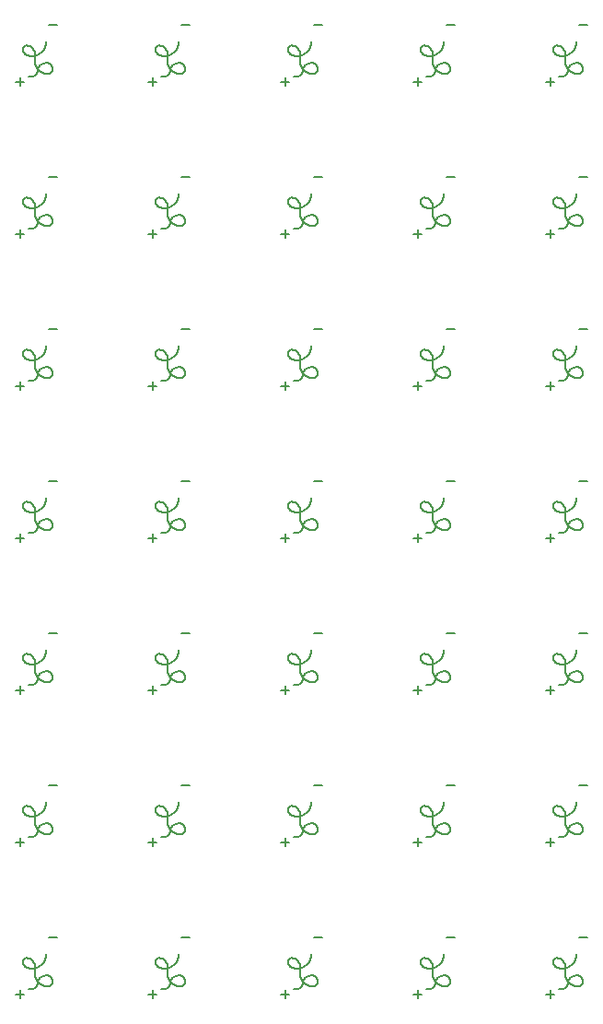
<source format=gbo>
G75*
G70*
%OFA0B0*%
%FSLAX24Y24*%
%IPPOS*%
%LPD*%
%AMOC8*
5,1,8,0,0,1.08239X$1,22.5*
%
%ADD10C,0.0080*%
D10*
X001640Y001780D02*
X001960Y001780D01*
X001800Y001940D02*
X001800Y001620D01*
X002105Y001959D02*
X002135Y001953D01*
X002166Y001950D01*
X002197Y001951D01*
X002227Y001955D01*
X002257Y001963D01*
X002286Y001974D01*
X002313Y001988D01*
X002339Y002005D01*
X002363Y002025D01*
X002384Y002047D01*
X002402Y002072D01*
X002418Y002098D01*
X002431Y002127D01*
X002440Y002156D01*
X002440Y002157D02*
X002442Y002190D01*
X002447Y002223D01*
X002457Y002254D01*
X002469Y002285D01*
X002485Y002314D01*
X002504Y002341D01*
X002526Y002366D01*
X002551Y002388D01*
X002578Y002407D01*
X002607Y002423D01*
X002638Y002435D01*
X002669Y002445D01*
X002702Y002450D01*
X002735Y002452D01*
X002774Y002452D01*
X002813Y002059D02*
X002772Y002061D01*
X002731Y002066D01*
X002691Y002075D01*
X002652Y002087D01*
X002614Y002103D01*
X002577Y002122D01*
X002542Y002144D01*
X002510Y002169D01*
X002479Y002197D01*
X002451Y002228D01*
X002426Y002260D01*
X002404Y002295D01*
X002385Y002332D01*
X002369Y002370D01*
X002357Y002409D01*
X002348Y002449D01*
X002343Y002490D01*
X002341Y002531D01*
X002341Y002786D01*
X002243Y002708D02*
X002164Y002708D01*
X002341Y002786D02*
X002339Y002819D01*
X002334Y002852D01*
X002324Y002883D01*
X002312Y002914D01*
X002296Y002943D01*
X002277Y002970D01*
X002255Y002995D01*
X002230Y003017D01*
X002203Y003036D01*
X002174Y003052D01*
X002143Y003064D01*
X002112Y003074D01*
X002079Y003079D01*
X002046Y003081D01*
X002046Y003082D02*
X002006Y003082D01*
X002006Y003081D02*
X001989Y003080D01*
X001972Y003075D01*
X001957Y003068D01*
X001943Y003058D01*
X001931Y003046D01*
X001921Y003032D01*
X001914Y003017D01*
X001909Y003000D01*
X001908Y002983D01*
X001908Y002964D01*
X001910Y002933D01*
X001915Y002903D01*
X001925Y002873D01*
X001937Y002845D01*
X001953Y002819D01*
X001972Y002794D01*
X001994Y002772D01*
X002019Y002753D01*
X002045Y002737D01*
X002073Y002725D01*
X002103Y002715D01*
X002133Y002710D01*
X002164Y002708D01*
X002243Y002708D02*
X002285Y002710D01*
X002327Y002715D01*
X002369Y002724D01*
X002409Y002736D01*
X002449Y002751D01*
X002487Y002770D01*
X002523Y002791D01*
X002557Y002816D01*
X002590Y002843D01*
X002620Y002873D01*
X002647Y002906D01*
X002672Y002940D01*
X002693Y002976D01*
X002712Y003014D01*
X002727Y003054D01*
X002739Y003094D01*
X002748Y003136D01*
X002753Y003178D01*
X002755Y003220D01*
X002840Y003830D02*
X003160Y003830D01*
X002990Y002235D02*
X002988Y002210D01*
X002983Y002185D01*
X002974Y002161D01*
X002962Y002139D01*
X002947Y002119D01*
X002929Y002101D01*
X002909Y002086D01*
X002887Y002074D01*
X002863Y002065D01*
X002838Y002060D01*
X002813Y002058D01*
X002991Y002235D02*
X002989Y002263D01*
X002984Y002291D01*
X002974Y002318D01*
X002962Y002343D01*
X002946Y002367D01*
X002927Y002388D01*
X002906Y002407D01*
X002883Y002423D01*
X002857Y002435D01*
X002830Y002445D01*
X002802Y002450D01*
X002774Y002452D01*
X001800Y007120D02*
X001800Y007440D01*
X001640Y007280D02*
X001960Y007280D01*
X002105Y007459D02*
X002135Y007453D01*
X002166Y007450D01*
X002197Y007451D01*
X002227Y007455D01*
X002257Y007463D01*
X002286Y007474D01*
X002313Y007488D01*
X002339Y007505D01*
X002363Y007525D01*
X002384Y007547D01*
X002402Y007572D01*
X002418Y007598D01*
X002431Y007627D01*
X002440Y007656D01*
X002440Y007657D02*
X002442Y007690D01*
X002447Y007723D01*
X002457Y007754D01*
X002469Y007785D01*
X002485Y007814D01*
X002504Y007841D01*
X002526Y007866D01*
X002551Y007888D01*
X002578Y007907D01*
X002607Y007923D01*
X002638Y007935D01*
X002669Y007945D01*
X002702Y007950D01*
X002735Y007952D01*
X002774Y007952D01*
X002813Y007559D02*
X002772Y007561D01*
X002731Y007566D01*
X002691Y007575D01*
X002652Y007587D01*
X002614Y007603D01*
X002577Y007622D01*
X002542Y007644D01*
X002510Y007669D01*
X002479Y007697D01*
X002451Y007728D01*
X002426Y007760D01*
X002404Y007795D01*
X002385Y007832D01*
X002369Y007870D01*
X002357Y007909D01*
X002348Y007949D01*
X002343Y007990D01*
X002341Y008031D01*
X002341Y008286D01*
X002243Y008208D02*
X002164Y008208D01*
X002341Y008286D02*
X002339Y008319D01*
X002334Y008352D01*
X002324Y008383D01*
X002312Y008414D01*
X002296Y008443D01*
X002277Y008470D01*
X002255Y008495D01*
X002230Y008517D01*
X002203Y008536D01*
X002174Y008552D01*
X002143Y008564D01*
X002112Y008574D01*
X002079Y008579D01*
X002046Y008581D01*
X002046Y008582D02*
X002006Y008582D01*
X002006Y008581D02*
X001989Y008580D01*
X001972Y008575D01*
X001957Y008568D01*
X001943Y008558D01*
X001931Y008546D01*
X001921Y008532D01*
X001914Y008517D01*
X001909Y008500D01*
X001908Y008483D01*
X001908Y008464D01*
X001910Y008433D01*
X001915Y008403D01*
X001925Y008373D01*
X001937Y008345D01*
X001953Y008319D01*
X001972Y008294D01*
X001994Y008272D01*
X002019Y008253D01*
X002045Y008237D01*
X002073Y008225D01*
X002103Y008215D01*
X002133Y008210D01*
X002164Y008208D01*
X002243Y008208D02*
X002285Y008210D01*
X002327Y008215D01*
X002369Y008224D01*
X002409Y008236D01*
X002449Y008251D01*
X002487Y008270D01*
X002523Y008291D01*
X002557Y008316D01*
X002590Y008343D01*
X002620Y008373D01*
X002647Y008406D01*
X002672Y008440D01*
X002693Y008476D01*
X002712Y008514D01*
X002727Y008554D01*
X002739Y008594D01*
X002748Y008636D01*
X002753Y008678D01*
X002755Y008720D01*
X002840Y009330D02*
X003160Y009330D01*
X002990Y007735D02*
X002988Y007710D01*
X002983Y007685D01*
X002974Y007661D01*
X002962Y007639D01*
X002947Y007619D01*
X002929Y007601D01*
X002909Y007586D01*
X002887Y007574D01*
X002863Y007565D01*
X002838Y007560D01*
X002813Y007558D01*
X002991Y007735D02*
X002989Y007763D01*
X002984Y007791D01*
X002974Y007818D01*
X002962Y007843D01*
X002946Y007867D01*
X002927Y007888D01*
X002906Y007907D01*
X002883Y007923D01*
X002857Y007935D01*
X002830Y007945D01*
X002802Y007950D01*
X002774Y007952D01*
X001800Y012620D02*
X001800Y012940D01*
X001640Y012780D02*
X001960Y012780D01*
X002105Y012959D02*
X002135Y012953D01*
X002166Y012950D01*
X002197Y012951D01*
X002227Y012955D01*
X002257Y012963D01*
X002286Y012974D01*
X002313Y012988D01*
X002339Y013005D01*
X002363Y013025D01*
X002384Y013047D01*
X002402Y013072D01*
X002418Y013098D01*
X002431Y013127D01*
X002440Y013156D01*
X002440Y013157D02*
X002442Y013190D01*
X002447Y013223D01*
X002457Y013254D01*
X002469Y013285D01*
X002485Y013314D01*
X002504Y013341D01*
X002526Y013366D01*
X002551Y013388D01*
X002578Y013407D01*
X002607Y013423D01*
X002638Y013435D01*
X002669Y013445D01*
X002702Y013450D01*
X002735Y013452D01*
X002774Y013452D01*
X002813Y013059D02*
X002772Y013061D01*
X002731Y013066D01*
X002691Y013075D01*
X002652Y013087D01*
X002614Y013103D01*
X002577Y013122D01*
X002542Y013144D01*
X002510Y013169D01*
X002479Y013197D01*
X002451Y013228D01*
X002426Y013260D01*
X002404Y013295D01*
X002385Y013332D01*
X002369Y013370D01*
X002357Y013409D01*
X002348Y013449D01*
X002343Y013490D01*
X002341Y013531D01*
X002341Y013786D01*
X002243Y013708D02*
X002164Y013708D01*
X002341Y013786D02*
X002339Y013819D01*
X002334Y013852D01*
X002324Y013883D01*
X002312Y013914D01*
X002296Y013943D01*
X002277Y013970D01*
X002255Y013995D01*
X002230Y014017D01*
X002203Y014036D01*
X002174Y014052D01*
X002143Y014064D01*
X002112Y014074D01*
X002079Y014079D01*
X002046Y014081D01*
X002046Y014082D02*
X002006Y014082D01*
X002006Y014081D02*
X001989Y014080D01*
X001972Y014075D01*
X001957Y014068D01*
X001943Y014058D01*
X001931Y014046D01*
X001921Y014032D01*
X001914Y014017D01*
X001909Y014000D01*
X001908Y013983D01*
X001908Y013964D01*
X001910Y013933D01*
X001915Y013903D01*
X001925Y013873D01*
X001937Y013845D01*
X001953Y013819D01*
X001972Y013794D01*
X001994Y013772D01*
X002019Y013753D01*
X002045Y013737D01*
X002073Y013725D01*
X002103Y013715D01*
X002133Y013710D01*
X002164Y013708D01*
X002243Y013708D02*
X002285Y013710D01*
X002327Y013715D01*
X002369Y013724D01*
X002409Y013736D01*
X002449Y013751D01*
X002487Y013770D01*
X002523Y013791D01*
X002557Y013816D01*
X002590Y013843D01*
X002620Y013873D01*
X002647Y013906D01*
X002672Y013940D01*
X002693Y013976D01*
X002712Y014014D01*
X002727Y014054D01*
X002739Y014094D01*
X002748Y014136D01*
X002753Y014178D01*
X002755Y014220D01*
X002840Y014830D02*
X003160Y014830D01*
X002990Y013235D02*
X002988Y013210D01*
X002983Y013185D01*
X002974Y013161D01*
X002962Y013139D01*
X002947Y013119D01*
X002929Y013101D01*
X002909Y013086D01*
X002887Y013074D01*
X002863Y013065D01*
X002838Y013060D01*
X002813Y013058D01*
X002991Y013235D02*
X002989Y013263D01*
X002984Y013291D01*
X002974Y013318D01*
X002962Y013343D01*
X002946Y013367D01*
X002927Y013388D01*
X002906Y013407D01*
X002883Y013423D01*
X002857Y013435D01*
X002830Y013445D01*
X002802Y013450D01*
X002774Y013452D01*
X001800Y018120D02*
X001800Y018440D01*
X001640Y018280D02*
X001960Y018280D01*
X002105Y018459D02*
X002135Y018453D01*
X002166Y018450D01*
X002197Y018451D01*
X002227Y018455D01*
X002257Y018463D01*
X002286Y018474D01*
X002313Y018488D01*
X002339Y018505D01*
X002363Y018525D01*
X002384Y018547D01*
X002402Y018572D01*
X002418Y018598D01*
X002431Y018627D01*
X002440Y018656D01*
X002440Y018657D02*
X002442Y018690D01*
X002447Y018723D01*
X002457Y018754D01*
X002469Y018785D01*
X002485Y018814D01*
X002504Y018841D01*
X002526Y018866D01*
X002551Y018888D01*
X002578Y018907D01*
X002607Y018923D01*
X002638Y018935D01*
X002669Y018945D01*
X002702Y018950D01*
X002735Y018952D01*
X002774Y018952D01*
X002813Y018559D02*
X002772Y018561D01*
X002731Y018566D01*
X002691Y018575D01*
X002652Y018587D01*
X002614Y018603D01*
X002577Y018622D01*
X002542Y018644D01*
X002510Y018669D01*
X002479Y018697D01*
X002451Y018728D01*
X002426Y018760D01*
X002404Y018795D01*
X002385Y018832D01*
X002369Y018870D01*
X002357Y018909D01*
X002348Y018949D01*
X002343Y018990D01*
X002341Y019031D01*
X002341Y019286D01*
X002243Y019208D02*
X002164Y019208D01*
X002341Y019286D02*
X002339Y019319D01*
X002334Y019352D01*
X002324Y019383D01*
X002312Y019414D01*
X002296Y019443D01*
X002277Y019470D01*
X002255Y019495D01*
X002230Y019517D01*
X002203Y019536D01*
X002174Y019552D01*
X002143Y019564D01*
X002112Y019574D01*
X002079Y019579D01*
X002046Y019581D01*
X002046Y019582D02*
X002006Y019582D01*
X002006Y019581D02*
X001989Y019580D01*
X001972Y019575D01*
X001957Y019568D01*
X001943Y019558D01*
X001931Y019546D01*
X001921Y019532D01*
X001914Y019517D01*
X001909Y019500D01*
X001908Y019483D01*
X001908Y019464D01*
X001910Y019433D01*
X001915Y019403D01*
X001925Y019373D01*
X001937Y019345D01*
X001953Y019319D01*
X001972Y019294D01*
X001994Y019272D01*
X002019Y019253D01*
X002045Y019237D01*
X002073Y019225D01*
X002103Y019215D01*
X002133Y019210D01*
X002164Y019208D01*
X002243Y019208D02*
X002285Y019210D01*
X002327Y019215D01*
X002369Y019224D01*
X002409Y019236D01*
X002449Y019251D01*
X002487Y019270D01*
X002523Y019291D01*
X002557Y019316D01*
X002590Y019343D01*
X002620Y019373D01*
X002647Y019406D01*
X002672Y019440D01*
X002693Y019476D01*
X002712Y019514D01*
X002727Y019554D01*
X002739Y019594D01*
X002748Y019636D01*
X002753Y019678D01*
X002755Y019720D01*
X002840Y020330D02*
X003160Y020330D01*
X002990Y018735D02*
X002988Y018710D01*
X002983Y018685D01*
X002974Y018661D01*
X002962Y018639D01*
X002947Y018619D01*
X002929Y018601D01*
X002909Y018586D01*
X002887Y018574D01*
X002863Y018565D01*
X002838Y018560D01*
X002813Y018558D01*
X002991Y018735D02*
X002989Y018763D01*
X002984Y018791D01*
X002974Y018818D01*
X002962Y018843D01*
X002946Y018867D01*
X002927Y018888D01*
X002906Y018907D01*
X002883Y018923D01*
X002857Y018935D01*
X002830Y018945D01*
X002802Y018950D01*
X002774Y018952D01*
X001800Y023620D02*
X001800Y023940D01*
X001640Y023780D02*
X001960Y023780D01*
X002105Y023959D02*
X002135Y023953D01*
X002166Y023950D01*
X002197Y023951D01*
X002227Y023955D01*
X002257Y023963D01*
X002286Y023974D01*
X002313Y023988D01*
X002339Y024005D01*
X002363Y024025D01*
X002384Y024047D01*
X002402Y024072D01*
X002418Y024098D01*
X002431Y024127D01*
X002440Y024156D01*
X002440Y024157D02*
X002442Y024190D01*
X002447Y024223D01*
X002457Y024254D01*
X002469Y024285D01*
X002485Y024314D01*
X002504Y024341D01*
X002526Y024366D01*
X002551Y024388D01*
X002578Y024407D01*
X002607Y024423D01*
X002638Y024435D01*
X002669Y024445D01*
X002702Y024450D01*
X002735Y024452D01*
X002774Y024452D01*
X002813Y024059D02*
X002772Y024061D01*
X002731Y024066D01*
X002691Y024075D01*
X002652Y024087D01*
X002614Y024103D01*
X002577Y024122D01*
X002542Y024144D01*
X002510Y024169D01*
X002479Y024197D01*
X002451Y024228D01*
X002426Y024260D01*
X002404Y024295D01*
X002385Y024332D01*
X002369Y024370D01*
X002357Y024409D01*
X002348Y024449D01*
X002343Y024490D01*
X002341Y024531D01*
X002341Y024786D01*
X002243Y024708D02*
X002164Y024708D01*
X002341Y024786D02*
X002339Y024819D01*
X002334Y024852D01*
X002324Y024883D01*
X002312Y024914D01*
X002296Y024943D01*
X002277Y024970D01*
X002255Y024995D01*
X002230Y025017D01*
X002203Y025036D01*
X002174Y025052D01*
X002143Y025064D01*
X002112Y025074D01*
X002079Y025079D01*
X002046Y025081D01*
X002046Y025082D02*
X002006Y025082D01*
X002006Y025081D02*
X001989Y025080D01*
X001972Y025075D01*
X001957Y025068D01*
X001943Y025058D01*
X001931Y025046D01*
X001921Y025032D01*
X001914Y025017D01*
X001909Y025000D01*
X001908Y024983D01*
X001908Y024964D01*
X001910Y024933D01*
X001915Y024903D01*
X001925Y024873D01*
X001937Y024845D01*
X001953Y024819D01*
X001972Y024794D01*
X001994Y024772D01*
X002019Y024753D01*
X002045Y024737D01*
X002073Y024725D01*
X002103Y024715D01*
X002133Y024710D01*
X002164Y024708D01*
X002243Y024708D02*
X002285Y024710D01*
X002327Y024715D01*
X002369Y024724D01*
X002409Y024736D01*
X002449Y024751D01*
X002487Y024770D01*
X002523Y024791D01*
X002557Y024816D01*
X002590Y024843D01*
X002620Y024873D01*
X002647Y024906D01*
X002672Y024940D01*
X002693Y024976D01*
X002712Y025014D01*
X002727Y025054D01*
X002739Y025094D01*
X002748Y025136D01*
X002753Y025178D01*
X002755Y025220D01*
X002840Y025830D02*
X003160Y025830D01*
X002990Y024235D02*
X002988Y024210D01*
X002983Y024185D01*
X002974Y024161D01*
X002962Y024139D01*
X002947Y024119D01*
X002929Y024101D01*
X002909Y024086D01*
X002887Y024074D01*
X002863Y024065D01*
X002838Y024060D01*
X002813Y024058D01*
X002991Y024235D02*
X002989Y024263D01*
X002984Y024291D01*
X002974Y024318D01*
X002962Y024343D01*
X002946Y024367D01*
X002927Y024388D01*
X002906Y024407D01*
X002883Y024423D01*
X002857Y024435D01*
X002830Y024445D01*
X002802Y024450D01*
X002774Y024452D01*
X001800Y029120D02*
X001800Y029440D01*
X001640Y029280D02*
X001960Y029280D01*
X002105Y029459D02*
X002135Y029453D01*
X002166Y029450D01*
X002197Y029451D01*
X002227Y029455D01*
X002257Y029463D01*
X002286Y029474D01*
X002313Y029488D01*
X002339Y029505D01*
X002363Y029525D01*
X002384Y029547D01*
X002402Y029572D01*
X002418Y029598D01*
X002431Y029627D01*
X002440Y029656D01*
X002440Y029657D02*
X002442Y029690D01*
X002447Y029723D01*
X002457Y029754D01*
X002469Y029785D01*
X002485Y029814D01*
X002504Y029841D01*
X002526Y029866D01*
X002551Y029888D01*
X002578Y029907D01*
X002607Y029923D01*
X002638Y029935D01*
X002669Y029945D01*
X002702Y029950D01*
X002735Y029952D01*
X002774Y029952D01*
X002813Y029559D02*
X002772Y029561D01*
X002731Y029566D01*
X002691Y029575D01*
X002652Y029587D01*
X002614Y029603D01*
X002577Y029622D01*
X002542Y029644D01*
X002510Y029669D01*
X002479Y029697D01*
X002451Y029728D01*
X002426Y029760D01*
X002404Y029795D01*
X002385Y029832D01*
X002369Y029870D01*
X002357Y029909D01*
X002348Y029949D01*
X002343Y029990D01*
X002341Y030031D01*
X002341Y030286D01*
X002243Y030208D02*
X002164Y030208D01*
X002341Y030286D02*
X002339Y030319D01*
X002334Y030352D01*
X002324Y030383D01*
X002312Y030414D01*
X002296Y030443D01*
X002277Y030470D01*
X002255Y030495D01*
X002230Y030517D01*
X002203Y030536D01*
X002174Y030552D01*
X002143Y030564D01*
X002112Y030574D01*
X002079Y030579D01*
X002046Y030581D01*
X002046Y030582D02*
X002006Y030582D01*
X002006Y030581D02*
X001989Y030580D01*
X001972Y030575D01*
X001957Y030568D01*
X001943Y030558D01*
X001931Y030546D01*
X001921Y030532D01*
X001914Y030517D01*
X001909Y030500D01*
X001908Y030483D01*
X001908Y030464D01*
X001910Y030433D01*
X001915Y030403D01*
X001925Y030373D01*
X001937Y030345D01*
X001953Y030319D01*
X001972Y030294D01*
X001994Y030272D01*
X002019Y030253D01*
X002045Y030237D01*
X002073Y030225D01*
X002103Y030215D01*
X002133Y030210D01*
X002164Y030208D01*
X002243Y030208D02*
X002285Y030210D01*
X002327Y030215D01*
X002369Y030224D01*
X002409Y030236D01*
X002449Y030251D01*
X002487Y030270D01*
X002523Y030291D01*
X002557Y030316D01*
X002590Y030343D01*
X002620Y030373D01*
X002647Y030406D01*
X002672Y030440D01*
X002693Y030476D01*
X002712Y030514D01*
X002727Y030554D01*
X002739Y030594D01*
X002748Y030636D01*
X002753Y030678D01*
X002755Y030720D01*
X002840Y031330D02*
X003160Y031330D01*
X002990Y029735D02*
X002988Y029710D01*
X002983Y029685D01*
X002974Y029661D01*
X002962Y029639D01*
X002947Y029619D01*
X002929Y029601D01*
X002909Y029586D01*
X002887Y029574D01*
X002863Y029565D01*
X002838Y029560D01*
X002813Y029558D01*
X002991Y029735D02*
X002989Y029763D01*
X002984Y029791D01*
X002974Y029818D01*
X002962Y029843D01*
X002946Y029867D01*
X002927Y029888D01*
X002906Y029907D01*
X002883Y029923D01*
X002857Y029935D01*
X002830Y029945D01*
X002802Y029950D01*
X002774Y029952D01*
X001800Y034620D02*
X001800Y034940D01*
X001640Y034780D02*
X001960Y034780D01*
X002105Y034959D02*
X002135Y034953D01*
X002166Y034950D01*
X002197Y034951D01*
X002227Y034955D01*
X002257Y034963D01*
X002286Y034974D01*
X002313Y034988D01*
X002339Y035005D01*
X002363Y035025D01*
X002384Y035047D01*
X002402Y035072D01*
X002418Y035098D01*
X002431Y035127D01*
X002440Y035156D01*
X002440Y035157D02*
X002442Y035190D01*
X002447Y035223D01*
X002457Y035254D01*
X002469Y035285D01*
X002485Y035314D01*
X002504Y035341D01*
X002526Y035366D01*
X002551Y035388D01*
X002578Y035407D01*
X002607Y035423D01*
X002638Y035435D01*
X002669Y035445D01*
X002702Y035450D01*
X002735Y035452D01*
X002774Y035452D01*
X002813Y035059D02*
X002772Y035061D01*
X002731Y035066D01*
X002691Y035075D01*
X002652Y035087D01*
X002614Y035103D01*
X002577Y035122D01*
X002542Y035144D01*
X002510Y035169D01*
X002479Y035197D01*
X002451Y035228D01*
X002426Y035260D01*
X002404Y035295D01*
X002385Y035332D01*
X002369Y035370D01*
X002357Y035409D01*
X002348Y035449D01*
X002343Y035490D01*
X002341Y035531D01*
X002341Y035786D01*
X002243Y035708D02*
X002164Y035708D01*
X002341Y035786D02*
X002339Y035819D01*
X002334Y035852D01*
X002324Y035883D01*
X002312Y035914D01*
X002296Y035943D01*
X002277Y035970D01*
X002255Y035995D01*
X002230Y036017D01*
X002203Y036036D01*
X002174Y036052D01*
X002143Y036064D01*
X002112Y036074D01*
X002079Y036079D01*
X002046Y036081D01*
X002046Y036082D02*
X002006Y036082D01*
X002006Y036081D02*
X001989Y036080D01*
X001972Y036075D01*
X001957Y036068D01*
X001943Y036058D01*
X001931Y036046D01*
X001921Y036032D01*
X001914Y036017D01*
X001909Y036000D01*
X001908Y035983D01*
X001908Y035964D01*
X001910Y035933D01*
X001915Y035903D01*
X001925Y035873D01*
X001937Y035845D01*
X001953Y035819D01*
X001972Y035794D01*
X001994Y035772D01*
X002019Y035753D01*
X002045Y035737D01*
X002073Y035725D01*
X002103Y035715D01*
X002133Y035710D01*
X002164Y035708D01*
X002243Y035708D02*
X002285Y035710D01*
X002327Y035715D01*
X002369Y035724D01*
X002409Y035736D01*
X002449Y035751D01*
X002487Y035770D01*
X002523Y035791D01*
X002557Y035816D01*
X002590Y035843D01*
X002620Y035873D01*
X002647Y035906D01*
X002672Y035940D01*
X002693Y035976D01*
X002712Y036014D01*
X002727Y036054D01*
X002739Y036094D01*
X002748Y036136D01*
X002753Y036178D01*
X002755Y036220D01*
X002840Y036830D02*
X003160Y036830D01*
X002990Y035235D02*
X002988Y035210D01*
X002983Y035185D01*
X002974Y035161D01*
X002962Y035139D01*
X002947Y035119D01*
X002929Y035101D01*
X002909Y035086D01*
X002887Y035074D01*
X002863Y035065D01*
X002838Y035060D01*
X002813Y035058D01*
X002991Y035235D02*
X002989Y035263D01*
X002984Y035291D01*
X002974Y035318D01*
X002962Y035343D01*
X002946Y035367D01*
X002927Y035388D01*
X002906Y035407D01*
X002883Y035423D01*
X002857Y035435D01*
X002830Y035445D01*
X002802Y035450D01*
X002774Y035452D01*
X006440Y034780D02*
X006760Y034780D01*
X006600Y034940D02*
X006600Y034620D01*
X006905Y034959D02*
X006935Y034953D01*
X006966Y034950D01*
X006997Y034951D01*
X007027Y034955D01*
X007057Y034963D01*
X007086Y034974D01*
X007113Y034988D01*
X007139Y035005D01*
X007163Y035025D01*
X007184Y035047D01*
X007202Y035072D01*
X007218Y035098D01*
X007231Y035127D01*
X007240Y035156D01*
X007240Y035157D02*
X007242Y035190D01*
X007247Y035223D01*
X007257Y035254D01*
X007269Y035285D01*
X007285Y035314D01*
X007304Y035341D01*
X007326Y035366D01*
X007351Y035388D01*
X007378Y035407D01*
X007407Y035423D01*
X007438Y035435D01*
X007469Y035445D01*
X007502Y035450D01*
X007535Y035452D01*
X007574Y035452D01*
X007613Y035059D02*
X007572Y035061D01*
X007531Y035066D01*
X007491Y035075D01*
X007452Y035087D01*
X007414Y035103D01*
X007377Y035122D01*
X007342Y035144D01*
X007310Y035169D01*
X007279Y035197D01*
X007251Y035228D01*
X007226Y035260D01*
X007204Y035295D01*
X007185Y035332D01*
X007169Y035370D01*
X007157Y035409D01*
X007148Y035449D01*
X007143Y035490D01*
X007141Y035531D01*
X007141Y035786D01*
X007043Y035708D02*
X006964Y035708D01*
X007141Y035786D02*
X007139Y035819D01*
X007134Y035852D01*
X007124Y035883D01*
X007112Y035914D01*
X007096Y035943D01*
X007077Y035970D01*
X007055Y035995D01*
X007030Y036017D01*
X007003Y036036D01*
X006974Y036052D01*
X006943Y036064D01*
X006912Y036074D01*
X006879Y036079D01*
X006846Y036081D01*
X006846Y036082D02*
X006806Y036082D01*
X006806Y036081D02*
X006789Y036080D01*
X006772Y036075D01*
X006757Y036068D01*
X006743Y036058D01*
X006731Y036046D01*
X006721Y036032D01*
X006714Y036017D01*
X006709Y036000D01*
X006708Y035983D01*
X006708Y035964D01*
X006710Y035933D01*
X006715Y035903D01*
X006725Y035873D01*
X006737Y035845D01*
X006753Y035819D01*
X006772Y035794D01*
X006794Y035772D01*
X006819Y035753D01*
X006845Y035737D01*
X006873Y035725D01*
X006903Y035715D01*
X006933Y035710D01*
X006964Y035708D01*
X007043Y035708D02*
X007085Y035710D01*
X007127Y035715D01*
X007169Y035724D01*
X007209Y035736D01*
X007249Y035751D01*
X007287Y035770D01*
X007323Y035791D01*
X007357Y035816D01*
X007390Y035843D01*
X007420Y035873D01*
X007447Y035906D01*
X007472Y035940D01*
X007493Y035976D01*
X007512Y036014D01*
X007527Y036054D01*
X007539Y036094D01*
X007548Y036136D01*
X007553Y036178D01*
X007555Y036220D01*
X007640Y036830D02*
X007960Y036830D01*
X007790Y035235D02*
X007788Y035210D01*
X007783Y035185D01*
X007774Y035161D01*
X007762Y035139D01*
X007747Y035119D01*
X007729Y035101D01*
X007709Y035086D01*
X007687Y035074D01*
X007663Y035065D01*
X007638Y035060D01*
X007613Y035058D01*
X007791Y035235D02*
X007789Y035263D01*
X007784Y035291D01*
X007774Y035318D01*
X007762Y035343D01*
X007746Y035367D01*
X007727Y035388D01*
X007706Y035407D01*
X007683Y035423D01*
X007657Y035435D01*
X007630Y035445D01*
X007602Y035450D01*
X007574Y035452D01*
X007640Y031330D02*
X007960Y031330D01*
X007141Y030031D02*
X007143Y029990D01*
X007148Y029949D01*
X007157Y029909D01*
X007169Y029870D01*
X007185Y029832D01*
X007204Y029795D01*
X007226Y029760D01*
X007251Y029728D01*
X007279Y029697D01*
X007310Y029669D01*
X007342Y029644D01*
X007377Y029622D01*
X007414Y029603D01*
X007452Y029587D01*
X007491Y029575D01*
X007531Y029566D01*
X007572Y029561D01*
X007613Y029559D01*
X007240Y029657D02*
X007242Y029690D01*
X007247Y029723D01*
X007257Y029754D01*
X007269Y029785D01*
X007285Y029814D01*
X007304Y029841D01*
X007326Y029866D01*
X007351Y029888D01*
X007378Y029907D01*
X007407Y029923D01*
X007438Y029935D01*
X007469Y029945D01*
X007502Y029950D01*
X007535Y029952D01*
X007574Y029952D01*
X007602Y029950D01*
X007630Y029945D01*
X007657Y029935D01*
X007683Y029923D01*
X007706Y029907D01*
X007727Y029888D01*
X007746Y029867D01*
X007762Y029843D01*
X007774Y029818D01*
X007784Y029791D01*
X007789Y029763D01*
X007791Y029735D01*
X007790Y029735D02*
X007788Y029710D01*
X007783Y029685D01*
X007774Y029661D01*
X007762Y029639D01*
X007747Y029619D01*
X007729Y029601D01*
X007709Y029586D01*
X007687Y029574D01*
X007663Y029565D01*
X007638Y029560D01*
X007613Y029558D01*
X007141Y030031D02*
X007141Y030286D01*
X007043Y030208D02*
X006964Y030208D01*
X007141Y030286D02*
X007139Y030319D01*
X007134Y030352D01*
X007124Y030383D01*
X007112Y030414D01*
X007096Y030443D01*
X007077Y030470D01*
X007055Y030495D01*
X007030Y030517D01*
X007003Y030536D01*
X006974Y030552D01*
X006943Y030564D01*
X006912Y030574D01*
X006879Y030579D01*
X006846Y030581D01*
X006846Y030582D02*
X006806Y030582D01*
X006806Y030581D02*
X006789Y030580D01*
X006772Y030575D01*
X006757Y030568D01*
X006743Y030558D01*
X006731Y030546D01*
X006721Y030532D01*
X006714Y030517D01*
X006709Y030500D01*
X006708Y030483D01*
X006708Y030464D01*
X006710Y030433D01*
X006715Y030403D01*
X006725Y030373D01*
X006737Y030345D01*
X006753Y030319D01*
X006772Y030294D01*
X006794Y030272D01*
X006819Y030253D01*
X006845Y030237D01*
X006873Y030225D01*
X006903Y030215D01*
X006933Y030210D01*
X006964Y030208D01*
X007240Y029656D02*
X007231Y029627D01*
X007218Y029598D01*
X007202Y029572D01*
X007184Y029547D01*
X007163Y029525D01*
X007139Y029505D01*
X007113Y029488D01*
X007086Y029474D01*
X007057Y029463D01*
X007027Y029455D01*
X006997Y029451D01*
X006966Y029450D01*
X006935Y029453D01*
X006905Y029459D01*
X006760Y029280D02*
X006440Y029280D01*
X006600Y029440D02*
X006600Y029120D01*
X007043Y030208D02*
X007085Y030210D01*
X007127Y030215D01*
X007169Y030224D01*
X007209Y030236D01*
X007249Y030251D01*
X007287Y030270D01*
X007323Y030291D01*
X007357Y030316D01*
X007390Y030343D01*
X007420Y030373D01*
X007447Y030406D01*
X007472Y030440D01*
X007493Y030476D01*
X007512Y030514D01*
X007527Y030554D01*
X007539Y030594D01*
X007548Y030636D01*
X007553Y030678D01*
X007555Y030720D01*
X007640Y025830D02*
X007960Y025830D01*
X007555Y025220D02*
X007553Y025178D01*
X007548Y025136D01*
X007539Y025094D01*
X007527Y025054D01*
X007512Y025014D01*
X007493Y024976D01*
X007472Y024940D01*
X007447Y024906D01*
X007420Y024873D01*
X007390Y024843D01*
X007357Y024816D01*
X007323Y024791D01*
X007287Y024770D01*
X007249Y024751D01*
X007209Y024736D01*
X007169Y024724D01*
X007127Y024715D01*
X007085Y024710D01*
X007043Y024708D01*
X006964Y024708D01*
X007141Y024786D02*
X007139Y024819D01*
X007134Y024852D01*
X007124Y024883D01*
X007112Y024914D01*
X007096Y024943D01*
X007077Y024970D01*
X007055Y024995D01*
X007030Y025017D01*
X007003Y025036D01*
X006974Y025052D01*
X006943Y025064D01*
X006912Y025074D01*
X006879Y025079D01*
X006846Y025081D01*
X006846Y025082D02*
X006806Y025082D01*
X006806Y025081D02*
X006789Y025080D01*
X006772Y025075D01*
X006757Y025068D01*
X006743Y025058D01*
X006731Y025046D01*
X006721Y025032D01*
X006714Y025017D01*
X006709Y025000D01*
X006708Y024983D01*
X006708Y024964D01*
X006710Y024933D01*
X006715Y024903D01*
X006725Y024873D01*
X006737Y024845D01*
X006753Y024819D01*
X006772Y024794D01*
X006794Y024772D01*
X006819Y024753D01*
X006845Y024737D01*
X006873Y024725D01*
X006903Y024715D01*
X006933Y024710D01*
X006964Y024708D01*
X007141Y024786D02*
X007141Y024531D01*
X007240Y024156D02*
X007231Y024127D01*
X007218Y024098D01*
X007202Y024072D01*
X007184Y024047D01*
X007163Y024025D01*
X007139Y024005D01*
X007113Y023988D01*
X007086Y023974D01*
X007057Y023963D01*
X007027Y023955D01*
X006997Y023951D01*
X006966Y023950D01*
X006935Y023953D01*
X006905Y023959D01*
X006760Y023780D02*
X006440Y023780D01*
X006600Y023940D02*
X006600Y023620D01*
X007240Y024157D02*
X007242Y024190D01*
X007247Y024223D01*
X007257Y024254D01*
X007269Y024285D01*
X007285Y024314D01*
X007304Y024341D01*
X007326Y024366D01*
X007351Y024388D01*
X007378Y024407D01*
X007407Y024423D01*
X007438Y024435D01*
X007469Y024445D01*
X007502Y024450D01*
X007535Y024452D01*
X007574Y024452D01*
X007613Y024059D02*
X007572Y024061D01*
X007531Y024066D01*
X007491Y024075D01*
X007452Y024087D01*
X007414Y024103D01*
X007377Y024122D01*
X007342Y024144D01*
X007310Y024169D01*
X007279Y024197D01*
X007251Y024228D01*
X007226Y024260D01*
X007204Y024295D01*
X007185Y024332D01*
X007169Y024370D01*
X007157Y024409D01*
X007148Y024449D01*
X007143Y024490D01*
X007141Y024531D01*
X007574Y024452D02*
X007602Y024450D01*
X007630Y024445D01*
X007657Y024435D01*
X007683Y024423D01*
X007706Y024407D01*
X007727Y024388D01*
X007746Y024367D01*
X007762Y024343D01*
X007774Y024318D01*
X007784Y024291D01*
X007789Y024263D01*
X007791Y024235D01*
X007790Y024235D02*
X007788Y024210D01*
X007783Y024185D01*
X007774Y024161D01*
X007762Y024139D01*
X007747Y024119D01*
X007729Y024101D01*
X007709Y024086D01*
X007687Y024074D01*
X007663Y024065D01*
X007638Y024060D01*
X007613Y024058D01*
X007640Y020330D02*
X007960Y020330D01*
X007141Y019031D02*
X007143Y018990D01*
X007148Y018949D01*
X007157Y018909D01*
X007169Y018870D01*
X007185Y018832D01*
X007204Y018795D01*
X007226Y018760D01*
X007251Y018728D01*
X007279Y018697D01*
X007310Y018669D01*
X007342Y018644D01*
X007377Y018622D01*
X007414Y018603D01*
X007452Y018587D01*
X007491Y018575D01*
X007531Y018566D01*
X007572Y018561D01*
X007613Y018559D01*
X007240Y018657D02*
X007242Y018690D01*
X007247Y018723D01*
X007257Y018754D01*
X007269Y018785D01*
X007285Y018814D01*
X007304Y018841D01*
X007326Y018866D01*
X007351Y018888D01*
X007378Y018907D01*
X007407Y018923D01*
X007438Y018935D01*
X007469Y018945D01*
X007502Y018950D01*
X007535Y018952D01*
X007574Y018952D01*
X007602Y018950D01*
X007630Y018945D01*
X007657Y018935D01*
X007683Y018923D01*
X007706Y018907D01*
X007727Y018888D01*
X007746Y018867D01*
X007762Y018843D01*
X007774Y018818D01*
X007784Y018791D01*
X007789Y018763D01*
X007791Y018735D01*
X007790Y018735D02*
X007788Y018710D01*
X007783Y018685D01*
X007774Y018661D01*
X007762Y018639D01*
X007747Y018619D01*
X007729Y018601D01*
X007709Y018586D01*
X007687Y018574D01*
X007663Y018565D01*
X007638Y018560D01*
X007613Y018558D01*
X007141Y019031D02*
X007141Y019286D01*
X007043Y019208D02*
X006964Y019208D01*
X007141Y019286D02*
X007139Y019319D01*
X007134Y019352D01*
X007124Y019383D01*
X007112Y019414D01*
X007096Y019443D01*
X007077Y019470D01*
X007055Y019495D01*
X007030Y019517D01*
X007003Y019536D01*
X006974Y019552D01*
X006943Y019564D01*
X006912Y019574D01*
X006879Y019579D01*
X006846Y019581D01*
X006846Y019582D02*
X006806Y019582D01*
X006806Y019581D02*
X006789Y019580D01*
X006772Y019575D01*
X006757Y019568D01*
X006743Y019558D01*
X006731Y019546D01*
X006721Y019532D01*
X006714Y019517D01*
X006709Y019500D01*
X006708Y019483D01*
X006708Y019464D01*
X006710Y019433D01*
X006715Y019403D01*
X006725Y019373D01*
X006737Y019345D01*
X006753Y019319D01*
X006772Y019294D01*
X006794Y019272D01*
X006819Y019253D01*
X006845Y019237D01*
X006873Y019225D01*
X006903Y019215D01*
X006933Y019210D01*
X006964Y019208D01*
X007240Y018656D02*
X007231Y018627D01*
X007218Y018598D01*
X007202Y018572D01*
X007184Y018547D01*
X007163Y018525D01*
X007139Y018505D01*
X007113Y018488D01*
X007086Y018474D01*
X007057Y018463D01*
X007027Y018455D01*
X006997Y018451D01*
X006966Y018450D01*
X006935Y018453D01*
X006905Y018459D01*
X006760Y018280D02*
X006440Y018280D01*
X006600Y018440D02*
X006600Y018120D01*
X007043Y019208D02*
X007085Y019210D01*
X007127Y019215D01*
X007169Y019224D01*
X007209Y019236D01*
X007249Y019251D01*
X007287Y019270D01*
X007323Y019291D01*
X007357Y019316D01*
X007390Y019343D01*
X007420Y019373D01*
X007447Y019406D01*
X007472Y019440D01*
X007493Y019476D01*
X007512Y019514D01*
X007527Y019554D01*
X007539Y019594D01*
X007548Y019636D01*
X007553Y019678D01*
X007555Y019720D01*
X007640Y014830D02*
X007960Y014830D01*
X007141Y013531D02*
X007143Y013490D01*
X007148Y013449D01*
X007157Y013409D01*
X007169Y013370D01*
X007185Y013332D01*
X007204Y013295D01*
X007226Y013260D01*
X007251Y013228D01*
X007279Y013197D01*
X007310Y013169D01*
X007342Y013144D01*
X007377Y013122D01*
X007414Y013103D01*
X007452Y013087D01*
X007491Y013075D01*
X007531Y013066D01*
X007572Y013061D01*
X007613Y013059D01*
X007240Y013157D02*
X007242Y013190D01*
X007247Y013223D01*
X007257Y013254D01*
X007269Y013285D01*
X007285Y013314D01*
X007304Y013341D01*
X007326Y013366D01*
X007351Y013388D01*
X007378Y013407D01*
X007407Y013423D01*
X007438Y013435D01*
X007469Y013445D01*
X007502Y013450D01*
X007535Y013452D01*
X007574Y013452D01*
X007602Y013450D01*
X007630Y013445D01*
X007657Y013435D01*
X007683Y013423D01*
X007706Y013407D01*
X007727Y013388D01*
X007746Y013367D01*
X007762Y013343D01*
X007774Y013318D01*
X007784Y013291D01*
X007789Y013263D01*
X007791Y013235D01*
X007790Y013235D02*
X007788Y013210D01*
X007783Y013185D01*
X007774Y013161D01*
X007762Y013139D01*
X007747Y013119D01*
X007729Y013101D01*
X007709Y013086D01*
X007687Y013074D01*
X007663Y013065D01*
X007638Y013060D01*
X007613Y013058D01*
X007141Y013531D02*
X007141Y013786D01*
X007043Y013708D02*
X006964Y013708D01*
X007141Y013786D02*
X007139Y013819D01*
X007134Y013852D01*
X007124Y013883D01*
X007112Y013914D01*
X007096Y013943D01*
X007077Y013970D01*
X007055Y013995D01*
X007030Y014017D01*
X007003Y014036D01*
X006974Y014052D01*
X006943Y014064D01*
X006912Y014074D01*
X006879Y014079D01*
X006846Y014081D01*
X006846Y014082D02*
X006806Y014082D01*
X006806Y014081D02*
X006789Y014080D01*
X006772Y014075D01*
X006757Y014068D01*
X006743Y014058D01*
X006731Y014046D01*
X006721Y014032D01*
X006714Y014017D01*
X006709Y014000D01*
X006708Y013983D01*
X006708Y013964D01*
X006710Y013933D01*
X006715Y013903D01*
X006725Y013873D01*
X006737Y013845D01*
X006753Y013819D01*
X006772Y013794D01*
X006794Y013772D01*
X006819Y013753D01*
X006845Y013737D01*
X006873Y013725D01*
X006903Y013715D01*
X006933Y013710D01*
X006964Y013708D01*
X007240Y013156D02*
X007231Y013127D01*
X007218Y013098D01*
X007202Y013072D01*
X007184Y013047D01*
X007163Y013025D01*
X007139Y013005D01*
X007113Y012988D01*
X007086Y012974D01*
X007057Y012963D01*
X007027Y012955D01*
X006997Y012951D01*
X006966Y012950D01*
X006935Y012953D01*
X006905Y012959D01*
X006760Y012780D02*
X006440Y012780D01*
X006600Y012940D02*
X006600Y012620D01*
X007043Y013708D02*
X007085Y013710D01*
X007127Y013715D01*
X007169Y013724D01*
X007209Y013736D01*
X007249Y013751D01*
X007287Y013770D01*
X007323Y013791D01*
X007357Y013816D01*
X007390Y013843D01*
X007420Y013873D01*
X007447Y013906D01*
X007472Y013940D01*
X007493Y013976D01*
X007512Y014014D01*
X007527Y014054D01*
X007539Y014094D01*
X007548Y014136D01*
X007553Y014178D01*
X007555Y014220D01*
X007640Y009330D02*
X007960Y009330D01*
X007555Y008720D02*
X007553Y008678D01*
X007548Y008636D01*
X007539Y008594D01*
X007527Y008554D01*
X007512Y008514D01*
X007493Y008476D01*
X007472Y008440D01*
X007447Y008406D01*
X007420Y008373D01*
X007390Y008343D01*
X007357Y008316D01*
X007323Y008291D01*
X007287Y008270D01*
X007249Y008251D01*
X007209Y008236D01*
X007169Y008224D01*
X007127Y008215D01*
X007085Y008210D01*
X007043Y008208D01*
X006964Y008208D01*
X007141Y008286D02*
X007139Y008319D01*
X007134Y008352D01*
X007124Y008383D01*
X007112Y008414D01*
X007096Y008443D01*
X007077Y008470D01*
X007055Y008495D01*
X007030Y008517D01*
X007003Y008536D01*
X006974Y008552D01*
X006943Y008564D01*
X006912Y008574D01*
X006879Y008579D01*
X006846Y008581D01*
X006846Y008582D02*
X006806Y008582D01*
X006806Y008581D02*
X006789Y008580D01*
X006772Y008575D01*
X006757Y008568D01*
X006743Y008558D01*
X006731Y008546D01*
X006721Y008532D01*
X006714Y008517D01*
X006709Y008500D01*
X006708Y008483D01*
X006708Y008464D01*
X006710Y008433D01*
X006715Y008403D01*
X006725Y008373D01*
X006737Y008345D01*
X006753Y008319D01*
X006772Y008294D01*
X006794Y008272D01*
X006819Y008253D01*
X006845Y008237D01*
X006873Y008225D01*
X006903Y008215D01*
X006933Y008210D01*
X006964Y008208D01*
X007141Y008286D02*
X007141Y008031D01*
X007240Y007656D02*
X007231Y007627D01*
X007218Y007598D01*
X007202Y007572D01*
X007184Y007547D01*
X007163Y007525D01*
X007139Y007505D01*
X007113Y007488D01*
X007086Y007474D01*
X007057Y007463D01*
X007027Y007455D01*
X006997Y007451D01*
X006966Y007450D01*
X006935Y007453D01*
X006905Y007459D01*
X006760Y007280D02*
X006440Y007280D01*
X006600Y007440D02*
X006600Y007120D01*
X007240Y007657D02*
X007242Y007690D01*
X007247Y007723D01*
X007257Y007754D01*
X007269Y007785D01*
X007285Y007814D01*
X007304Y007841D01*
X007326Y007866D01*
X007351Y007888D01*
X007378Y007907D01*
X007407Y007923D01*
X007438Y007935D01*
X007469Y007945D01*
X007502Y007950D01*
X007535Y007952D01*
X007574Y007952D01*
X007613Y007559D02*
X007572Y007561D01*
X007531Y007566D01*
X007491Y007575D01*
X007452Y007587D01*
X007414Y007603D01*
X007377Y007622D01*
X007342Y007644D01*
X007310Y007669D01*
X007279Y007697D01*
X007251Y007728D01*
X007226Y007760D01*
X007204Y007795D01*
X007185Y007832D01*
X007169Y007870D01*
X007157Y007909D01*
X007148Y007949D01*
X007143Y007990D01*
X007141Y008031D01*
X007574Y007952D02*
X007602Y007950D01*
X007630Y007945D01*
X007657Y007935D01*
X007683Y007923D01*
X007706Y007907D01*
X007727Y007888D01*
X007746Y007867D01*
X007762Y007843D01*
X007774Y007818D01*
X007784Y007791D01*
X007789Y007763D01*
X007791Y007735D01*
X007790Y007735D02*
X007788Y007710D01*
X007783Y007685D01*
X007774Y007661D01*
X007762Y007639D01*
X007747Y007619D01*
X007729Y007601D01*
X007709Y007586D01*
X007687Y007574D01*
X007663Y007565D01*
X007638Y007560D01*
X007613Y007558D01*
X007640Y003830D02*
X007960Y003830D01*
X007141Y002531D02*
X007143Y002490D01*
X007148Y002449D01*
X007157Y002409D01*
X007169Y002370D01*
X007185Y002332D01*
X007204Y002295D01*
X007226Y002260D01*
X007251Y002228D01*
X007279Y002197D01*
X007310Y002169D01*
X007342Y002144D01*
X007377Y002122D01*
X007414Y002103D01*
X007452Y002087D01*
X007491Y002075D01*
X007531Y002066D01*
X007572Y002061D01*
X007613Y002059D01*
X007240Y002157D02*
X007242Y002190D01*
X007247Y002223D01*
X007257Y002254D01*
X007269Y002285D01*
X007285Y002314D01*
X007304Y002341D01*
X007326Y002366D01*
X007351Y002388D01*
X007378Y002407D01*
X007407Y002423D01*
X007438Y002435D01*
X007469Y002445D01*
X007502Y002450D01*
X007535Y002452D01*
X007574Y002452D01*
X007602Y002450D01*
X007630Y002445D01*
X007657Y002435D01*
X007683Y002423D01*
X007706Y002407D01*
X007727Y002388D01*
X007746Y002367D01*
X007762Y002343D01*
X007774Y002318D01*
X007784Y002291D01*
X007789Y002263D01*
X007791Y002235D01*
X007790Y002235D02*
X007788Y002210D01*
X007783Y002185D01*
X007774Y002161D01*
X007762Y002139D01*
X007747Y002119D01*
X007729Y002101D01*
X007709Y002086D01*
X007687Y002074D01*
X007663Y002065D01*
X007638Y002060D01*
X007613Y002058D01*
X007141Y002531D02*
X007141Y002786D01*
X007043Y002708D02*
X006964Y002708D01*
X007141Y002786D02*
X007139Y002819D01*
X007134Y002852D01*
X007124Y002883D01*
X007112Y002914D01*
X007096Y002943D01*
X007077Y002970D01*
X007055Y002995D01*
X007030Y003017D01*
X007003Y003036D01*
X006974Y003052D01*
X006943Y003064D01*
X006912Y003074D01*
X006879Y003079D01*
X006846Y003081D01*
X006846Y003082D02*
X006806Y003082D01*
X006806Y003081D02*
X006789Y003080D01*
X006772Y003075D01*
X006757Y003068D01*
X006743Y003058D01*
X006731Y003046D01*
X006721Y003032D01*
X006714Y003017D01*
X006709Y003000D01*
X006708Y002983D01*
X006708Y002964D01*
X006710Y002933D01*
X006715Y002903D01*
X006725Y002873D01*
X006737Y002845D01*
X006753Y002819D01*
X006772Y002794D01*
X006794Y002772D01*
X006819Y002753D01*
X006845Y002737D01*
X006873Y002725D01*
X006903Y002715D01*
X006933Y002710D01*
X006964Y002708D01*
X007043Y002708D02*
X007085Y002710D01*
X007127Y002715D01*
X007169Y002724D01*
X007209Y002736D01*
X007249Y002751D01*
X007287Y002770D01*
X007323Y002791D01*
X007357Y002816D01*
X007390Y002843D01*
X007420Y002873D01*
X007447Y002906D01*
X007472Y002940D01*
X007493Y002976D01*
X007512Y003014D01*
X007527Y003054D01*
X007539Y003094D01*
X007548Y003136D01*
X007553Y003178D01*
X007555Y003220D01*
X007240Y002156D02*
X007231Y002127D01*
X007218Y002098D01*
X007202Y002072D01*
X007184Y002047D01*
X007163Y002025D01*
X007139Y002005D01*
X007113Y001988D01*
X007086Y001974D01*
X007057Y001963D01*
X007027Y001955D01*
X006997Y001951D01*
X006966Y001950D01*
X006935Y001953D01*
X006905Y001959D01*
X006760Y001780D02*
X006440Y001780D01*
X006600Y001940D02*
X006600Y001620D01*
X011240Y001780D02*
X011560Y001780D01*
X011400Y001940D02*
X011400Y001620D01*
X011705Y001959D02*
X011735Y001953D01*
X011766Y001950D01*
X011797Y001951D01*
X011827Y001955D01*
X011857Y001963D01*
X011886Y001974D01*
X011913Y001988D01*
X011939Y002005D01*
X011963Y002025D01*
X011984Y002047D01*
X012002Y002072D01*
X012018Y002098D01*
X012031Y002127D01*
X012040Y002156D01*
X011941Y002531D02*
X011941Y002786D01*
X011843Y002708D02*
X011764Y002708D01*
X011941Y002786D02*
X011939Y002819D01*
X011934Y002852D01*
X011924Y002883D01*
X011912Y002914D01*
X011896Y002943D01*
X011877Y002970D01*
X011855Y002995D01*
X011830Y003017D01*
X011803Y003036D01*
X011774Y003052D01*
X011743Y003064D01*
X011712Y003074D01*
X011679Y003079D01*
X011646Y003081D01*
X011646Y003082D02*
X011606Y003082D01*
X011606Y003081D02*
X011589Y003080D01*
X011572Y003075D01*
X011557Y003068D01*
X011543Y003058D01*
X011531Y003046D01*
X011521Y003032D01*
X011514Y003017D01*
X011509Y003000D01*
X011508Y002983D01*
X011508Y002964D01*
X011510Y002933D01*
X011515Y002903D01*
X011525Y002873D01*
X011537Y002845D01*
X011553Y002819D01*
X011572Y002794D01*
X011594Y002772D01*
X011619Y002753D01*
X011645Y002737D01*
X011673Y002725D01*
X011703Y002715D01*
X011733Y002710D01*
X011764Y002708D01*
X011843Y002708D02*
X011885Y002710D01*
X011927Y002715D01*
X011969Y002724D01*
X012009Y002736D01*
X012049Y002751D01*
X012087Y002770D01*
X012123Y002791D01*
X012157Y002816D01*
X012190Y002843D01*
X012220Y002873D01*
X012247Y002906D01*
X012272Y002940D01*
X012293Y002976D01*
X012312Y003014D01*
X012327Y003054D01*
X012339Y003094D01*
X012348Y003136D01*
X012353Y003178D01*
X012355Y003220D01*
X012440Y003830D02*
X012760Y003830D01*
X011941Y002531D02*
X011943Y002490D01*
X011948Y002449D01*
X011957Y002409D01*
X011969Y002370D01*
X011985Y002332D01*
X012004Y002295D01*
X012026Y002260D01*
X012051Y002228D01*
X012079Y002197D01*
X012110Y002169D01*
X012142Y002144D01*
X012177Y002122D01*
X012214Y002103D01*
X012252Y002087D01*
X012291Y002075D01*
X012331Y002066D01*
X012372Y002061D01*
X012413Y002059D01*
X012040Y002157D02*
X012042Y002190D01*
X012047Y002223D01*
X012057Y002254D01*
X012069Y002285D01*
X012085Y002314D01*
X012104Y002341D01*
X012126Y002366D01*
X012151Y002388D01*
X012178Y002407D01*
X012207Y002423D01*
X012238Y002435D01*
X012269Y002445D01*
X012302Y002450D01*
X012335Y002452D01*
X012374Y002452D01*
X012402Y002450D01*
X012430Y002445D01*
X012457Y002435D01*
X012483Y002423D01*
X012506Y002407D01*
X012527Y002388D01*
X012546Y002367D01*
X012562Y002343D01*
X012574Y002318D01*
X012584Y002291D01*
X012589Y002263D01*
X012591Y002235D01*
X012590Y002235D02*
X012588Y002210D01*
X012583Y002185D01*
X012574Y002161D01*
X012562Y002139D01*
X012547Y002119D01*
X012529Y002101D01*
X012509Y002086D01*
X012487Y002074D01*
X012463Y002065D01*
X012438Y002060D01*
X012413Y002058D01*
X011400Y007120D02*
X011400Y007440D01*
X011240Y007280D02*
X011560Y007280D01*
X011705Y007459D02*
X011735Y007453D01*
X011766Y007450D01*
X011797Y007451D01*
X011827Y007455D01*
X011857Y007463D01*
X011886Y007474D01*
X011913Y007488D01*
X011939Y007505D01*
X011963Y007525D01*
X011984Y007547D01*
X012002Y007572D01*
X012018Y007598D01*
X012031Y007627D01*
X012040Y007656D01*
X011941Y008031D02*
X011941Y008286D01*
X011843Y008208D02*
X011764Y008208D01*
X011941Y008286D02*
X011939Y008319D01*
X011934Y008352D01*
X011924Y008383D01*
X011912Y008414D01*
X011896Y008443D01*
X011877Y008470D01*
X011855Y008495D01*
X011830Y008517D01*
X011803Y008536D01*
X011774Y008552D01*
X011743Y008564D01*
X011712Y008574D01*
X011679Y008579D01*
X011646Y008581D01*
X011646Y008582D02*
X011606Y008582D01*
X011606Y008581D02*
X011589Y008580D01*
X011572Y008575D01*
X011557Y008568D01*
X011543Y008558D01*
X011531Y008546D01*
X011521Y008532D01*
X011514Y008517D01*
X011509Y008500D01*
X011508Y008483D01*
X011508Y008464D01*
X011510Y008433D01*
X011515Y008403D01*
X011525Y008373D01*
X011537Y008345D01*
X011553Y008319D01*
X011572Y008294D01*
X011594Y008272D01*
X011619Y008253D01*
X011645Y008237D01*
X011673Y008225D01*
X011703Y008215D01*
X011733Y008210D01*
X011764Y008208D01*
X011843Y008208D02*
X011885Y008210D01*
X011927Y008215D01*
X011969Y008224D01*
X012009Y008236D01*
X012049Y008251D01*
X012087Y008270D01*
X012123Y008291D01*
X012157Y008316D01*
X012190Y008343D01*
X012220Y008373D01*
X012247Y008406D01*
X012272Y008440D01*
X012293Y008476D01*
X012312Y008514D01*
X012327Y008554D01*
X012339Y008594D01*
X012348Y008636D01*
X012353Y008678D01*
X012355Y008720D01*
X012440Y009330D02*
X012760Y009330D01*
X011941Y008031D02*
X011943Y007990D01*
X011948Y007949D01*
X011957Y007909D01*
X011969Y007870D01*
X011985Y007832D01*
X012004Y007795D01*
X012026Y007760D01*
X012051Y007728D01*
X012079Y007697D01*
X012110Y007669D01*
X012142Y007644D01*
X012177Y007622D01*
X012214Y007603D01*
X012252Y007587D01*
X012291Y007575D01*
X012331Y007566D01*
X012372Y007561D01*
X012413Y007559D01*
X012040Y007657D02*
X012042Y007690D01*
X012047Y007723D01*
X012057Y007754D01*
X012069Y007785D01*
X012085Y007814D01*
X012104Y007841D01*
X012126Y007866D01*
X012151Y007888D01*
X012178Y007907D01*
X012207Y007923D01*
X012238Y007935D01*
X012269Y007945D01*
X012302Y007950D01*
X012335Y007952D01*
X012374Y007952D01*
X012402Y007950D01*
X012430Y007945D01*
X012457Y007935D01*
X012483Y007923D01*
X012506Y007907D01*
X012527Y007888D01*
X012546Y007867D01*
X012562Y007843D01*
X012574Y007818D01*
X012584Y007791D01*
X012589Y007763D01*
X012591Y007735D01*
X012590Y007735D02*
X012588Y007710D01*
X012583Y007685D01*
X012574Y007661D01*
X012562Y007639D01*
X012547Y007619D01*
X012529Y007601D01*
X012509Y007586D01*
X012487Y007574D01*
X012463Y007565D01*
X012438Y007560D01*
X012413Y007558D01*
X011400Y012620D02*
X011400Y012940D01*
X011240Y012780D02*
X011560Y012780D01*
X011705Y012959D02*
X011735Y012953D01*
X011766Y012950D01*
X011797Y012951D01*
X011827Y012955D01*
X011857Y012963D01*
X011886Y012974D01*
X011913Y012988D01*
X011939Y013005D01*
X011963Y013025D01*
X011984Y013047D01*
X012002Y013072D01*
X012018Y013098D01*
X012031Y013127D01*
X012040Y013156D01*
X011941Y013531D02*
X011941Y013786D01*
X011843Y013708D02*
X011764Y013708D01*
X011941Y013786D02*
X011939Y013819D01*
X011934Y013852D01*
X011924Y013883D01*
X011912Y013914D01*
X011896Y013943D01*
X011877Y013970D01*
X011855Y013995D01*
X011830Y014017D01*
X011803Y014036D01*
X011774Y014052D01*
X011743Y014064D01*
X011712Y014074D01*
X011679Y014079D01*
X011646Y014081D01*
X011646Y014082D02*
X011606Y014082D01*
X011606Y014081D02*
X011589Y014080D01*
X011572Y014075D01*
X011557Y014068D01*
X011543Y014058D01*
X011531Y014046D01*
X011521Y014032D01*
X011514Y014017D01*
X011509Y014000D01*
X011508Y013983D01*
X011508Y013964D01*
X011510Y013933D01*
X011515Y013903D01*
X011525Y013873D01*
X011537Y013845D01*
X011553Y013819D01*
X011572Y013794D01*
X011594Y013772D01*
X011619Y013753D01*
X011645Y013737D01*
X011673Y013725D01*
X011703Y013715D01*
X011733Y013710D01*
X011764Y013708D01*
X011843Y013708D02*
X011885Y013710D01*
X011927Y013715D01*
X011969Y013724D01*
X012009Y013736D01*
X012049Y013751D01*
X012087Y013770D01*
X012123Y013791D01*
X012157Y013816D01*
X012190Y013843D01*
X012220Y013873D01*
X012247Y013906D01*
X012272Y013940D01*
X012293Y013976D01*
X012312Y014014D01*
X012327Y014054D01*
X012339Y014094D01*
X012348Y014136D01*
X012353Y014178D01*
X012355Y014220D01*
X011941Y013531D02*
X011943Y013490D01*
X011948Y013449D01*
X011957Y013409D01*
X011969Y013370D01*
X011985Y013332D01*
X012004Y013295D01*
X012026Y013260D01*
X012051Y013228D01*
X012079Y013197D01*
X012110Y013169D01*
X012142Y013144D01*
X012177Y013122D01*
X012214Y013103D01*
X012252Y013087D01*
X012291Y013075D01*
X012331Y013066D01*
X012372Y013061D01*
X012413Y013059D01*
X012040Y013157D02*
X012042Y013190D01*
X012047Y013223D01*
X012057Y013254D01*
X012069Y013285D01*
X012085Y013314D01*
X012104Y013341D01*
X012126Y013366D01*
X012151Y013388D01*
X012178Y013407D01*
X012207Y013423D01*
X012238Y013435D01*
X012269Y013445D01*
X012302Y013450D01*
X012335Y013452D01*
X012374Y013452D01*
X012402Y013450D01*
X012430Y013445D01*
X012457Y013435D01*
X012483Y013423D01*
X012506Y013407D01*
X012527Y013388D01*
X012546Y013367D01*
X012562Y013343D01*
X012574Y013318D01*
X012584Y013291D01*
X012589Y013263D01*
X012591Y013235D01*
X012590Y013235D02*
X012588Y013210D01*
X012583Y013185D01*
X012574Y013161D01*
X012562Y013139D01*
X012547Y013119D01*
X012529Y013101D01*
X012509Y013086D01*
X012487Y013074D01*
X012463Y013065D01*
X012438Y013060D01*
X012413Y013058D01*
X012440Y014830D02*
X012760Y014830D01*
X011400Y018120D02*
X011400Y018440D01*
X011240Y018280D02*
X011560Y018280D01*
X011705Y018459D02*
X011735Y018453D01*
X011766Y018450D01*
X011797Y018451D01*
X011827Y018455D01*
X011857Y018463D01*
X011886Y018474D01*
X011913Y018488D01*
X011939Y018505D01*
X011963Y018525D01*
X011984Y018547D01*
X012002Y018572D01*
X012018Y018598D01*
X012031Y018627D01*
X012040Y018656D01*
X011941Y019031D02*
X011941Y019286D01*
X011843Y019208D02*
X011764Y019208D01*
X011941Y019286D02*
X011939Y019319D01*
X011934Y019352D01*
X011924Y019383D01*
X011912Y019414D01*
X011896Y019443D01*
X011877Y019470D01*
X011855Y019495D01*
X011830Y019517D01*
X011803Y019536D01*
X011774Y019552D01*
X011743Y019564D01*
X011712Y019574D01*
X011679Y019579D01*
X011646Y019581D01*
X011646Y019582D02*
X011606Y019582D01*
X011606Y019581D02*
X011589Y019580D01*
X011572Y019575D01*
X011557Y019568D01*
X011543Y019558D01*
X011531Y019546D01*
X011521Y019532D01*
X011514Y019517D01*
X011509Y019500D01*
X011508Y019483D01*
X011508Y019464D01*
X011510Y019433D01*
X011515Y019403D01*
X011525Y019373D01*
X011537Y019345D01*
X011553Y019319D01*
X011572Y019294D01*
X011594Y019272D01*
X011619Y019253D01*
X011645Y019237D01*
X011673Y019225D01*
X011703Y019215D01*
X011733Y019210D01*
X011764Y019208D01*
X011843Y019208D02*
X011885Y019210D01*
X011927Y019215D01*
X011969Y019224D01*
X012009Y019236D01*
X012049Y019251D01*
X012087Y019270D01*
X012123Y019291D01*
X012157Y019316D01*
X012190Y019343D01*
X012220Y019373D01*
X012247Y019406D01*
X012272Y019440D01*
X012293Y019476D01*
X012312Y019514D01*
X012327Y019554D01*
X012339Y019594D01*
X012348Y019636D01*
X012353Y019678D01*
X012355Y019720D01*
X012440Y020330D02*
X012760Y020330D01*
X011941Y019031D02*
X011943Y018990D01*
X011948Y018949D01*
X011957Y018909D01*
X011969Y018870D01*
X011985Y018832D01*
X012004Y018795D01*
X012026Y018760D01*
X012051Y018728D01*
X012079Y018697D01*
X012110Y018669D01*
X012142Y018644D01*
X012177Y018622D01*
X012214Y018603D01*
X012252Y018587D01*
X012291Y018575D01*
X012331Y018566D01*
X012372Y018561D01*
X012413Y018559D01*
X012040Y018657D02*
X012042Y018690D01*
X012047Y018723D01*
X012057Y018754D01*
X012069Y018785D01*
X012085Y018814D01*
X012104Y018841D01*
X012126Y018866D01*
X012151Y018888D01*
X012178Y018907D01*
X012207Y018923D01*
X012238Y018935D01*
X012269Y018945D01*
X012302Y018950D01*
X012335Y018952D01*
X012374Y018952D01*
X012402Y018950D01*
X012430Y018945D01*
X012457Y018935D01*
X012483Y018923D01*
X012506Y018907D01*
X012527Y018888D01*
X012546Y018867D01*
X012562Y018843D01*
X012574Y018818D01*
X012584Y018791D01*
X012589Y018763D01*
X012591Y018735D01*
X012590Y018735D02*
X012588Y018710D01*
X012583Y018685D01*
X012574Y018661D01*
X012562Y018639D01*
X012547Y018619D01*
X012529Y018601D01*
X012509Y018586D01*
X012487Y018574D01*
X012463Y018565D01*
X012438Y018560D01*
X012413Y018558D01*
X011400Y023620D02*
X011400Y023940D01*
X011240Y023780D02*
X011560Y023780D01*
X011705Y023959D02*
X011735Y023953D01*
X011766Y023950D01*
X011797Y023951D01*
X011827Y023955D01*
X011857Y023963D01*
X011886Y023974D01*
X011913Y023988D01*
X011939Y024005D01*
X011963Y024025D01*
X011984Y024047D01*
X012002Y024072D01*
X012018Y024098D01*
X012031Y024127D01*
X012040Y024156D01*
X011941Y024531D02*
X011941Y024786D01*
X011843Y024708D02*
X011764Y024708D01*
X011941Y024786D02*
X011939Y024819D01*
X011934Y024852D01*
X011924Y024883D01*
X011912Y024914D01*
X011896Y024943D01*
X011877Y024970D01*
X011855Y024995D01*
X011830Y025017D01*
X011803Y025036D01*
X011774Y025052D01*
X011743Y025064D01*
X011712Y025074D01*
X011679Y025079D01*
X011646Y025081D01*
X011646Y025082D02*
X011606Y025082D01*
X011606Y025081D02*
X011589Y025080D01*
X011572Y025075D01*
X011557Y025068D01*
X011543Y025058D01*
X011531Y025046D01*
X011521Y025032D01*
X011514Y025017D01*
X011509Y025000D01*
X011508Y024983D01*
X011508Y024964D01*
X011510Y024933D01*
X011515Y024903D01*
X011525Y024873D01*
X011537Y024845D01*
X011553Y024819D01*
X011572Y024794D01*
X011594Y024772D01*
X011619Y024753D01*
X011645Y024737D01*
X011673Y024725D01*
X011703Y024715D01*
X011733Y024710D01*
X011764Y024708D01*
X011843Y024708D02*
X011885Y024710D01*
X011927Y024715D01*
X011969Y024724D01*
X012009Y024736D01*
X012049Y024751D01*
X012087Y024770D01*
X012123Y024791D01*
X012157Y024816D01*
X012190Y024843D01*
X012220Y024873D01*
X012247Y024906D01*
X012272Y024940D01*
X012293Y024976D01*
X012312Y025014D01*
X012327Y025054D01*
X012339Y025094D01*
X012348Y025136D01*
X012353Y025178D01*
X012355Y025220D01*
X012440Y025830D02*
X012760Y025830D01*
X011941Y024531D02*
X011943Y024490D01*
X011948Y024449D01*
X011957Y024409D01*
X011969Y024370D01*
X011985Y024332D01*
X012004Y024295D01*
X012026Y024260D01*
X012051Y024228D01*
X012079Y024197D01*
X012110Y024169D01*
X012142Y024144D01*
X012177Y024122D01*
X012214Y024103D01*
X012252Y024087D01*
X012291Y024075D01*
X012331Y024066D01*
X012372Y024061D01*
X012413Y024059D01*
X012040Y024157D02*
X012042Y024190D01*
X012047Y024223D01*
X012057Y024254D01*
X012069Y024285D01*
X012085Y024314D01*
X012104Y024341D01*
X012126Y024366D01*
X012151Y024388D01*
X012178Y024407D01*
X012207Y024423D01*
X012238Y024435D01*
X012269Y024445D01*
X012302Y024450D01*
X012335Y024452D01*
X012374Y024452D01*
X012402Y024450D01*
X012430Y024445D01*
X012457Y024435D01*
X012483Y024423D01*
X012506Y024407D01*
X012527Y024388D01*
X012546Y024367D01*
X012562Y024343D01*
X012574Y024318D01*
X012584Y024291D01*
X012589Y024263D01*
X012591Y024235D01*
X012590Y024235D02*
X012588Y024210D01*
X012583Y024185D01*
X012574Y024161D01*
X012562Y024139D01*
X012547Y024119D01*
X012529Y024101D01*
X012509Y024086D01*
X012487Y024074D01*
X012463Y024065D01*
X012438Y024060D01*
X012413Y024058D01*
X011400Y029120D02*
X011400Y029440D01*
X011240Y029280D02*
X011560Y029280D01*
X011705Y029459D02*
X011735Y029453D01*
X011766Y029450D01*
X011797Y029451D01*
X011827Y029455D01*
X011857Y029463D01*
X011886Y029474D01*
X011913Y029488D01*
X011939Y029505D01*
X011963Y029525D01*
X011984Y029547D01*
X012002Y029572D01*
X012018Y029598D01*
X012031Y029627D01*
X012040Y029656D01*
X011941Y030031D02*
X011941Y030286D01*
X011843Y030208D02*
X011764Y030208D01*
X011941Y030286D02*
X011939Y030319D01*
X011934Y030352D01*
X011924Y030383D01*
X011912Y030414D01*
X011896Y030443D01*
X011877Y030470D01*
X011855Y030495D01*
X011830Y030517D01*
X011803Y030536D01*
X011774Y030552D01*
X011743Y030564D01*
X011712Y030574D01*
X011679Y030579D01*
X011646Y030581D01*
X011646Y030582D02*
X011606Y030582D01*
X011606Y030581D02*
X011589Y030580D01*
X011572Y030575D01*
X011557Y030568D01*
X011543Y030558D01*
X011531Y030546D01*
X011521Y030532D01*
X011514Y030517D01*
X011509Y030500D01*
X011508Y030483D01*
X011508Y030464D01*
X011510Y030433D01*
X011515Y030403D01*
X011525Y030373D01*
X011537Y030345D01*
X011553Y030319D01*
X011572Y030294D01*
X011594Y030272D01*
X011619Y030253D01*
X011645Y030237D01*
X011673Y030225D01*
X011703Y030215D01*
X011733Y030210D01*
X011764Y030208D01*
X011843Y030208D02*
X011885Y030210D01*
X011927Y030215D01*
X011969Y030224D01*
X012009Y030236D01*
X012049Y030251D01*
X012087Y030270D01*
X012123Y030291D01*
X012157Y030316D01*
X012190Y030343D01*
X012220Y030373D01*
X012247Y030406D01*
X012272Y030440D01*
X012293Y030476D01*
X012312Y030514D01*
X012327Y030554D01*
X012339Y030594D01*
X012348Y030636D01*
X012353Y030678D01*
X012355Y030720D01*
X011941Y030031D02*
X011943Y029990D01*
X011948Y029949D01*
X011957Y029909D01*
X011969Y029870D01*
X011985Y029832D01*
X012004Y029795D01*
X012026Y029760D01*
X012051Y029728D01*
X012079Y029697D01*
X012110Y029669D01*
X012142Y029644D01*
X012177Y029622D01*
X012214Y029603D01*
X012252Y029587D01*
X012291Y029575D01*
X012331Y029566D01*
X012372Y029561D01*
X012413Y029559D01*
X012040Y029657D02*
X012042Y029690D01*
X012047Y029723D01*
X012057Y029754D01*
X012069Y029785D01*
X012085Y029814D01*
X012104Y029841D01*
X012126Y029866D01*
X012151Y029888D01*
X012178Y029907D01*
X012207Y029923D01*
X012238Y029935D01*
X012269Y029945D01*
X012302Y029950D01*
X012335Y029952D01*
X012374Y029952D01*
X012402Y029950D01*
X012430Y029945D01*
X012457Y029935D01*
X012483Y029923D01*
X012506Y029907D01*
X012527Y029888D01*
X012546Y029867D01*
X012562Y029843D01*
X012574Y029818D01*
X012584Y029791D01*
X012589Y029763D01*
X012591Y029735D01*
X012590Y029735D02*
X012588Y029710D01*
X012583Y029685D01*
X012574Y029661D01*
X012562Y029639D01*
X012547Y029619D01*
X012529Y029601D01*
X012509Y029586D01*
X012487Y029574D01*
X012463Y029565D01*
X012438Y029560D01*
X012413Y029558D01*
X012440Y031330D02*
X012760Y031330D01*
X011400Y034620D02*
X011400Y034940D01*
X011240Y034780D02*
X011560Y034780D01*
X011705Y034959D02*
X011735Y034953D01*
X011766Y034950D01*
X011797Y034951D01*
X011827Y034955D01*
X011857Y034963D01*
X011886Y034974D01*
X011913Y034988D01*
X011939Y035005D01*
X011963Y035025D01*
X011984Y035047D01*
X012002Y035072D01*
X012018Y035098D01*
X012031Y035127D01*
X012040Y035156D01*
X011941Y035531D02*
X011941Y035786D01*
X011843Y035708D02*
X011764Y035708D01*
X011941Y035786D02*
X011939Y035819D01*
X011934Y035852D01*
X011924Y035883D01*
X011912Y035914D01*
X011896Y035943D01*
X011877Y035970D01*
X011855Y035995D01*
X011830Y036017D01*
X011803Y036036D01*
X011774Y036052D01*
X011743Y036064D01*
X011712Y036074D01*
X011679Y036079D01*
X011646Y036081D01*
X011646Y036082D02*
X011606Y036082D01*
X011606Y036081D02*
X011589Y036080D01*
X011572Y036075D01*
X011557Y036068D01*
X011543Y036058D01*
X011531Y036046D01*
X011521Y036032D01*
X011514Y036017D01*
X011509Y036000D01*
X011508Y035983D01*
X011508Y035964D01*
X011510Y035933D01*
X011515Y035903D01*
X011525Y035873D01*
X011537Y035845D01*
X011553Y035819D01*
X011572Y035794D01*
X011594Y035772D01*
X011619Y035753D01*
X011645Y035737D01*
X011673Y035725D01*
X011703Y035715D01*
X011733Y035710D01*
X011764Y035708D01*
X011843Y035708D02*
X011885Y035710D01*
X011927Y035715D01*
X011969Y035724D01*
X012009Y035736D01*
X012049Y035751D01*
X012087Y035770D01*
X012123Y035791D01*
X012157Y035816D01*
X012190Y035843D01*
X012220Y035873D01*
X012247Y035906D01*
X012272Y035940D01*
X012293Y035976D01*
X012312Y036014D01*
X012327Y036054D01*
X012339Y036094D01*
X012348Y036136D01*
X012353Y036178D01*
X012355Y036220D01*
X012440Y036830D02*
X012760Y036830D01*
X011941Y035531D02*
X011943Y035490D01*
X011948Y035449D01*
X011957Y035409D01*
X011969Y035370D01*
X011985Y035332D01*
X012004Y035295D01*
X012026Y035260D01*
X012051Y035228D01*
X012079Y035197D01*
X012110Y035169D01*
X012142Y035144D01*
X012177Y035122D01*
X012214Y035103D01*
X012252Y035087D01*
X012291Y035075D01*
X012331Y035066D01*
X012372Y035061D01*
X012413Y035059D01*
X012040Y035157D02*
X012042Y035190D01*
X012047Y035223D01*
X012057Y035254D01*
X012069Y035285D01*
X012085Y035314D01*
X012104Y035341D01*
X012126Y035366D01*
X012151Y035388D01*
X012178Y035407D01*
X012207Y035423D01*
X012238Y035435D01*
X012269Y035445D01*
X012302Y035450D01*
X012335Y035452D01*
X012374Y035452D01*
X012402Y035450D01*
X012430Y035445D01*
X012457Y035435D01*
X012483Y035423D01*
X012506Y035407D01*
X012527Y035388D01*
X012546Y035367D01*
X012562Y035343D01*
X012574Y035318D01*
X012584Y035291D01*
X012589Y035263D01*
X012591Y035235D01*
X012590Y035235D02*
X012588Y035210D01*
X012583Y035185D01*
X012574Y035161D01*
X012562Y035139D01*
X012547Y035119D01*
X012529Y035101D01*
X012509Y035086D01*
X012487Y035074D01*
X012463Y035065D01*
X012438Y035060D01*
X012413Y035058D01*
X016040Y034780D02*
X016360Y034780D01*
X016200Y034940D02*
X016200Y034620D01*
X016505Y034959D02*
X016535Y034953D01*
X016566Y034950D01*
X016597Y034951D01*
X016627Y034955D01*
X016657Y034963D01*
X016686Y034974D01*
X016713Y034988D01*
X016739Y035005D01*
X016763Y035025D01*
X016784Y035047D01*
X016802Y035072D01*
X016818Y035098D01*
X016831Y035127D01*
X016840Y035156D01*
X016741Y035531D02*
X016741Y035786D01*
X016643Y035708D02*
X016564Y035708D01*
X016741Y035786D02*
X016739Y035819D01*
X016734Y035852D01*
X016724Y035883D01*
X016712Y035914D01*
X016696Y035943D01*
X016677Y035970D01*
X016655Y035995D01*
X016630Y036017D01*
X016603Y036036D01*
X016574Y036052D01*
X016543Y036064D01*
X016512Y036074D01*
X016479Y036079D01*
X016446Y036081D01*
X016446Y036082D02*
X016406Y036082D01*
X016406Y036081D02*
X016389Y036080D01*
X016372Y036075D01*
X016357Y036068D01*
X016343Y036058D01*
X016331Y036046D01*
X016321Y036032D01*
X016314Y036017D01*
X016309Y036000D01*
X016308Y035983D01*
X016308Y035964D01*
X016310Y035933D01*
X016315Y035903D01*
X016325Y035873D01*
X016337Y035845D01*
X016353Y035819D01*
X016372Y035794D01*
X016394Y035772D01*
X016419Y035753D01*
X016445Y035737D01*
X016473Y035725D01*
X016503Y035715D01*
X016533Y035710D01*
X016564Y035708D01*
X016643Y035708D02*
X016685Y035710D01*
X016727Y035715D01*
X016769Y035724D01*
X016809Y035736D01*
X016849Y035751D01*
X016887Y035770D01*
X016923Y035791D01*
X016957Y035816D01*
X016990Y035843D01*
X017020Y035873D01*
X017047Y035906D01*
X017072Y035940D01*
X017093Y035976D01*
X017112Y036014D01*
X017127Y036054D01*
X017139Y036094D01*
X017148Y036136D01*
X017153Y036178D01*
X017155Y036220D01*
X017240Y036830D02*
X017560Y036830D01*
X016741Y035531D02*
X016743Y035490D01*
X016748Y035449D01*
X016757Y035409D01*
X016769Y035370D01*
X016785Y035332D01*
X016804Y035295D01*
X016826Y035260D01*
X016851Y035228D01*
X016879Y035197D01*
X016910Y035169D01*
X016942Y035144D01*
X016977Y035122D01*
X017014Y035103D01*
X017052Y035087D01*
X017091Y035075D01*
X017131Y035066D01*
X017172Y035061D01*
X017213Y035059D01*
X016840Y035157D02*
X016842Y035190D01*
X016847Y035223D01*
X016857Y035254D01*
X016869Y035285D01*
X016885Y035314D01*
X016904Y035341D01*
X016926Y035366D01*
X016951Y035388D01*
X016978Y035407D01*
X017007Y035423D01*
X017038Y035435D01*
X017069Y035445D01*
X017102Y035450D01*
X017135Y035452D01*
X017174Y035452D01*
X017202Y035450D01*
X017230Y035445D01*
X017257Y035435D01*
X017283Y035423D01*
X017306Y035407D01*
X017327Y035388D01*
X017346Y035367D01*
X017362Y035343D01*
X017374Y035318D01*
X017384Y035291D01*
X017389Y035263D01*
X017391Y035235D01*
X017390Y035235D02*
X017388Y035210D01*
X017383Y035185D01*
X017374Y035161D01*
X017362Y035139D01*
X017347Y035119D01*
X017329Y035101D01*
X017309Y035086D01*
X017287Y035074D01*
X017263Y035065D01*
X017238Y035060D01*
X017213Y035058D01*
X017240Y031330D02*
X017560Y031330D01*
X017155Y030720D02*
X017153Y030678D01*
X017148Y030636D01*
X017139Y030594D01*
X017127Y030554D01*
X017112Y030514D01*
X017093Y030476D01*
X017072Y030440D01*
X017047Y030406D01*
X017020Y030373D01*
X016990Y030343D01*
X016957Y030316D01*
X016923Y030291D01*
X016887Y030270D01*
X016849Y030251D01*
X016809Y030236D01*
X016769Y030224D01*
X016727Y030215D01*
X016685Y030210D01*
X016643Y030208D01*
X016564Y030208D01*
X016741Y030286D02*
X016739Y030319D01*
X016734Y030352D01*
X016724Y030383D01*
X016712Y030414D01*
X016696Y030443D01*
X016677Y030470D01*
X016655Y030495D01*
X016630Y030517D01*
X016603Y030536D01*
X016574Y030552D01*
X016543Y030564D01*
X016512Y030574D01*
X016479Y030579D01*
X016446Y030581D01*
X016446Y030582D02*
X016406Y030582D01*
X016406Y030581D02*
X016389Y030580D01*
X016372Y030575D01*
X016357Y030568D01*
X016343Y030558D01*
X016331Y030546D01*
X016321Y030532D01*
X016314Y030517D01*
X016309Y030500D01*
X016308Y030483D01*
X016308Y030464D01*
X016310Y030433D01*
X016315Y030403D01*
X016325Y030373D01*
X016337Y030345D01*
X016353Y030319D01*
X016372Y030294D01*
X016394Y030272D01*
X016419Y030253D01*
X016445Y030237D01*
X016473Y030225D01*
X016503Y030215D01*
X016533Y030210D01*
X016564Y030208D01*
X016741Y030286D02*
X016741Y030031D01*
X016840Y029656D02*
X016831Y029627D01*
X016818Y029598D01*
X016802Y029572D01*
X016784Y029547D01*
X016763Y029525D01*
X016739Y029505D01*
X016713Y029488D01*
X016686Y029474D01*
X016657Y029463D01*
X016627Y029455D01*
X016597Y029451D01*
X016566Y029450D01*
X016535Y029453D01*
X016505Y029459D01*
X016360Y029280D02*
X016040Y029280D01*
X016200Y029440D02*
X016200Y029120D01*
X016840Y029657D02*
X016842Y029690D01*
X016847Y029723D01*
X016857Y029754D01*
X016869Y029785D01*
X016885Y029814D01*
X016904Y029841D01*
X016926Y029866D01*
X016951Y029888D01*
X016978Y029907D01*
X017007Y029923D01*
X017038Y029935D01*
X017069Y029945D01*
X017102Y029950D01*
X017135Y029952D01*
X017174Y029952D01*
X017213Y029559D02*
X017172Y029561D01*
X017131Y029566D01*
X017091Y029575D01*
X017052Y029587D01*
X017014Y029603D01*
X016977Y029622D01*
X016942Y029644D01*
X016910Y029669D01*
X016879Y029697D01*
X016851Y029728D01*
X016826Y029760D01*
X016804Y029795D01*
X016785Y029832D01*
X016769Y029870D01*
X016757Y029909D01*
X016748Y029949D01*
X016743Y029990D01*
X016741Y030031D01*
X017174Y029952D02*
X017202Y029950D01*
X017230Y029945D01*
X017257Y029935D01*
X017283Y029923D01*
X017306Y029907D01*
X017327Y029888D01*
X017346Y029867D01*
X017362Y029843D01*
X017374Y029818D01*
X017384Y029791D01*
X017389Y029763D01*
X017391Y029735D01*
X017390Y029735D02*
X017388Y029710D01*
X017383Y029685D01*
X017374Y029661D01*
X017362Y029639D01*
X017347Y029619D01*
X017329Y029601D01*
X017309Y029586D01*
X017287Y029574D01*
X017263Y029565D01*
X017238Y029560D01*
X017213Y029558D01*
X017240Y025830D02*
X017560Y025830D01*
X017155Y025220D02*
X017153Y025178D01*
X017148Y025136D01*
X017139Y025094D01*
X017127Y025054D01*
X017112Y025014D01*
X017093Y024976D01*
X017072Y024940D01*
X017047Y024906D01*
X017020Y024873D01*
X016990Y024843D01*
X016957Y024816D01*
X016923Y024791D01*
X016887Y024770D01*
X016849Y024751D01*
X016809Y024736D01*
X016769Y024724D01*
X016727Y024715D01*
X016685Y024710D01*
X016643Y024708D01*
X016564Y024708D01*
X016741Y024786D02*
X016739Y024819D01*
X016734Y024852D01*
X016724Y024883D01*
X016712Y024914D01*
X016696Y024943D01*
X016677Y024970D01*
X016655Y024995D01*
X016630Y025017D01*
X016603Y025036D01*
X016574Y025052D01*
X016543Y025064D01*
X016512Y025074D01*
X016479Y025079D01*
X016446Y025081D01*
X016446Y025082D02*
X016406Y025082D01*
X016406Y025081D02*
X016389Y025080D01*
X016372Y025075D01*
X016357Y025068D01*
X016343Y025058D01*
X016331Y025046D01*
X016321Y025032D01*
X016314Y025017D01*
X016309Y025000D01*
X016308Y024983D01*
X016308Y024964D01*
X016310Y024933D01*
X016315Y024903D01*
X016325Y024873D01*
X016337Y024845D01*
X016353Y024819D01*
X016372Y024794D01*
X016394Y024772D01*
X016419Y024753D01*
X016445Y024737D01*
X016473Y024725D01*
X016503Y024715D01*
X016533Y024710D01*
X016564Y024708D01*
X016741Y024786D02*
X016741Y024531D01*
X016840Y024156D02*
X016831Y024127D01*
X016818Y024098D01*
X016802Y024072D01*
X016784Y024047D01*
X016763Y024025D01*
X016739Y024005D01*
X016713Y023988D01*
X016686Y023974D01*
X016657Y023963D01*
X016627Y023955D01*
X016597Y023951D01*
X016566Y023950D01*
X016535Y023953D01*
X016505Y023959D01*
X016360Y023780D02*
X016040Y023780D01*
X016200Y023940D02*
X016200Y023620D01*
X016840Y024157D02*
X016842Y024190D01*
X016847Y024223D01*
X016857Y024254D01*
X016869Y024285D01*
X016885Y024314D01*
X016904Y024341D01*
X016926Y024366D01*
X016951Y024388D01*
X016978Y024407D01*
X017007Y024423D01*
X017038Y024435D01*
X017069Y024445D01*
X017102Y024450D01*
X017135Y024452D01*
X017174Y024452D01*
X017213Y024059D02*
X017172Y024061D01*
X017131Y024066D01*
X017091Y024075D01*
X017052Y024087D01*
X017014Y024103D01*
X016977Y024122D01*
X016942Y024144D01*
X016910Y024169D01*
X016879Y024197D01*
X016851Y024228D01*
X016826Y024260D01*
X016804Y024295D01*
X016785Y024332D01*
X016769Y024370D01*
X016757Y024409D01*
X016748Y024449D01*
X016743Y024490D01*
X016741Y024531D01*
X017174Y024452D02*
X017202Y024450D01*
X017230Y024445D01*
X017257Y024435D01*
X017283Y024423D01*
X017306Y024407D01*
X017327Y024388D01*
X017346Y024367D01*
X017362Y024343D01*
X017374Y024318D01*
X017384Y024291D01*
X017389Y024263D01*
X017391Y024235D01*
X017390Y024235D02*
X017388Y024210D01*
X017383Y024185D01*
X017374Y024161D01*
X017362Y024139D01*
X017347Y024119D01*
X017329Y024101D01*
X017309Y024086D01*
X017287Y024074D01*
X017263Y024065D01*
X017238Y024060D01*
X017213Y024058D01*
X017240Y020330D02*
X017560Y020330D01*
X017155Y019720D02*
X017153Y019678D01*
X017148Y019636D01*
X017139Y019594D01*
X017127Y019554D01*
X017112Y019514D01*
X017093Y019476D01*
X017072Y019440D01*
X017047Y019406D01*
X017020Y019373D01*
X016990Y019343D01*
X016957Y019316D01*
X016923Y019291D01*
X016887Y019270D01*
X016849Y019251D01*
X016809Y019236D01*
X016769Y019224D01*
X016727Y019215D01*
X016685Y019210D01*
X016643Y019208D01*
X016564Y019208D01*
X016741Y019286D02*
X016739Y019319D01*
X016734Y019352D01*
X016724Y019383D01*
X016712Y019414D01*
X016696Y019443D01*
X016677Y019470D01*
X016655Y019495D01*
X016630Y019517D01*
X016603Y019536D01*
X016574Y019552D01*
X016543Y019564D01*
X016512Y019574D01*
X016479Y019579D01*
X016446Y019581D01*
X016446Y019582D02*
X016406Y019582D01*
X016406Y019581D02*
X016389Y019580D01*
X016372Y019575D01*
X016357Y019568D01*
X016343Y019558D01*
X016331Y019546D01*
X016321Y019532D01*
X016314Y019517D01*
X016309Y019500D01*
X016308Y019483D01*
X016308Y019464D01*
X016310Y019433D01*
X016315Y019403D01*
X016325Y019373D01*
X016337Y019345D01*
X016353Y019319D01*
X016372Y019294D01*
X016394Y019272D01*
X016419Y019253D01*
X016445Y019237D01*
X016473Y019225D01*
X016503Y019215D01*
X016533Y019210D01*
X016564Y019208D01*
X016741Y019286D02*
X016741Y019031D01*
X016840Y018656D02*
X016831Y018627D01*
X016818Y018598D01*
X016802Y018572D01*
X016784Y018547D01*
X016763Y018525D01*
X016739Y018505D01*
X016713Y018488D01*
X016686Y018474D01*
X016657Y018463D01*
X016627Y018455D01*
X016597Y018451D01*
X016566Y018450D01*
X016535Y018453D01*
X016505Y018459D01*
X016360Y018280D02*
X016040Y018280D01*
X016200Y018440D02*
X016200Y018120D01*
X016840Y018657D02*
X016842Y018690D01*
X016847Y018723D01*
X016857Y018754D01*
X016869Y018785D01*
X016885Y018814D01*
X016904Y018841D01*
X016926Y018866D01*
X016951Y018888D01*
X016978Y018907D01*
X017007Y018923D01*
X017038Y018935D01*
X017069Y018945D01*
X017102Y018950D01*
X017135Y018952D01*
X017174Y018952D01*
X017213Y018559D02*
X017172Y018561D01*
X017131Y018566D01*
X017091Y018575D01*
X017052Y018587D01*
X017014Y018603D01*
X016977Y018622D01*
X016942Y018644D01*
X016910Y018669D01*
X016879Y018697D01*
X016851Y018728D01*
X016826Y018760D01*
X016804Y018795D01*
X016785Y018832D01*
X016769Y018870D01*
X016757Y018909D01*
X016748Y018949D01*
X016743Y018990D01*
X016741Y019031D01*
X017174Y018952D02*
X017202Y018950D01*
X017230Y018945D01*
X017257Y018935D01*
X017283Y018923D01*
X017306Y018907D01*
X017327Y018888D01*
X017346Y018867D01*
X017362Y018843D01*
X017374Y018818D01*
X017384Y018791D01*
X017389Y018763D01*
X017391Y018735D01*
X017390Y018735D02*
X017388Y018710D01*
X017383Y018685D01*
X017374Y018661D01*
X017362Y018639D01*
X017347Y018619D01*
X017329Y018601D01*
X017309Y018586D01*
X017287Y018574D01*
X017263Y018565D01*
X017238Y018560D01*
X017213Y018558D01*
X017240Y014830D02*
X017560Y014830D01*
X017155Y014220D02*
X017153Y014178D01*
X017148Y014136D01*
X017139Y014094D01*
X017127Y014054D01*
X017112Y014014D01*
X017093Y013976D01*
X017072Y013940D01*
X017047Y013906D01*
X017020Y013873D01*
X016990Y013843D01*
X016957Y013816D01*
X016923Y013791D01*
X016887Y013770D01*
X016849Y013751D01*
X016809Y013736D01*
X016769Y013724D01*
X016727Y013715D01*
X016685Y013710D01*
X016643Y013708D01*
X016564Y013708D01*
X016741Y013786D02*
X016739Y013819D01*
X016734Y013852D01*
X016724Y013883D01*
X016712Y013914D01*
X016696Y013943D01*
X016677Y013970D01*
X016655Y013995D01*
X016630Y014017D01*
X016603Y014036D01*
X016574Y014052D01*
X016543Y014064D01*
X016512Y014074D01*
X016479Y014079D01*
X016446Y014081D01*
X016446Y014082D02*
X016406Y014082D01*
X016406Y014081D02*
X016389Y014080D01*
X016372Y014075D01*
X016357Y014068D01*
X016343Y014058D01*
X016331Y014046D01*
X016321Y014032D01*
X016314Y014017D01*
X016309Y014000D01*
X016308Y013983D01*
X016308Y013964D01*
X016310Y013933D01*
X016315Y013903D01*
X016325Y013873D01*
X016337Y013845D01*
X016353Y013819D01*
X016372Y013794D01*
X016394Y013772D01*
X016419Y013753D01*
X016445Y013737D01*
X016473Y013725D01*
X016503Y013715D01*
X016533Y013710D01*
X016564Y013708D01*
X016741Y013786D02*
X016741Y013531D01*
X016840Y013156D02*
X016831Y013127D01*
X016818Y013098D01*
X016802Y013072D01*
X016784Y013047D01*
X016763Y013025D01*
X016739Y013005D01*
X016713Y012988D01*
X016686Y012974D01*
X016657Y012963D01*
X016627Y012955D01*
X016597Y012951D01*
X016566Y012950D01*
X016535Y012953D01*
X016505Y012959D01*
X016360Y012780D02*
X016040Y012780D01*
X016200Y012940D02*
X016200Y012620D01*
X016840Y013157D02*
X016842Y013190D01*
X016847Y013223D01*
X016857Y013254D01*
X016869Y013285D01*
X016885Y013314D01*
X016904Y013341D01*
X016926Y013366D01*
X016951Y013388D01*
X016978Y013407D01*
X017007Y013423D01*
X017038Y013435D01*
X017069Y013445D01*
X017102Y013450D01*
X017135Y013452D01*
X017174Y013452D01*
X017213Y013059D02*
X017172Y013061D01*
X017131Y013066D01*
X017091Y013075D01*
X017052Y013087D01*
X017014Y013103D01*
X016977Y013122D01*
X016942Y013144D01*
X016910Y013169D01*
X016879Y013197D01*
X016851Y013228D01*
X016826Y013260D01*
X016804Y013295D01*
X016785Y013332D01*
X016769Y013370D01*
X016757Y013409D01*
X016748Y013449D01*
X016743Y013490D01*
X016741Y013531D01*
X017174Y013452D02*
X017202Y013450D01*
X017230Y013445D01*
X017257Y013435D01*
X017283Y013423D01*
X017306Y013407D01*
X017327Y013388D01*
X017346Y013367D01*
X017362Y013343D01*
X017374Y013318D01*
X017384Y013291D01*
X017389Y013263D01*
X017391Y013235D01*
X017390Y013235D02*
X017388Y013210D01*
X017383Y013185D01*
X017374Y013161D01*
X017362Y013139D01*
X017347Y013119D01*
X017329Y013101D01*
X017309Y013086D01*
X017287Y013074D01*
X017263Y013065D01*
X017238Y013060D01*
X017213Y013058D01*
X017240Y009330D02*
X017560Y009330D01*
X017155Y008720D02*
X017153Y008678D01*
X017148Y008636D01*
X017139Y008594D01*
X017127Y008554D01*
X017112Y008514D01*
X017093Y008476D01*
X017072Y008440D01*
X017047Y008406D01*
X017020Y008373D01*
X016990Y008343D01*
X016957Y008316D01*
X016923Y008291D01*
X016887Y008270D01*
X016849Y008251D01*
X016809Y008236D01*
X016769Y008224D01*
X016727Y008215D01*
X016685Y008210D01*
X016643Y008208D01*
X016564Y008208D01*
X016741Y008286D02*
X016739Y008319D01*
X016734Y008352D01*
X016724Y008383D01*
X016712Y008414D01*
X016696Y008443D01*
X016677Y008470D01*
X016655Y008495D01*
X016630Y008517D01*
X016603Y008536D01*
X016574Y008552D01*
X016543Y008564D01*
X016512Y008574D01*
X016479Y008579D01*
X016446Y008581D01*
X016446Y008582D02*
X016406Y008582D01*
X016406Y008581D02*
X016389Y008580D01*
X016372Y008575D01*
X016357Y008568D01*
X016343Y008558D01*
X016331Y008546D01*
X016321Y008532D01*
X016314Y008517D01*
X016309Y008500D01*
X016308Y008483D01*
X016308Y008464D01*
X016310Y008433D01*
X016315Y008403D01*
X016325Y008373D01*
X016337Y008345D01*
X016353Y008319D01*
X016372Y008294D01*
X016394Y008272D01*
X016419Y008253D01*
X016445Y008237D01*
X016473Y008225D01*
X016503Y008215D01*
X016533Y008210D01*
X016564Y008208D01*
X016741Y008286D02*
X016741Y008031D01*
X016840Y007656D02*
X016831Y007627D01*
X016818Y007598D01*
X016802Y007572D01*
X016784Y007547D01*
X016763Y007525D01*
X016739Y007505D01*
X016713Y007488D01*
X016686Y007474D01*
X016657Y007463D01*
X016627Y007455D01*
X016597Y007451D01*
X016566Y007450D01*
X016535Y007453D01*
X016505Y007459D01*
X016360Y007280D02*
X016040Y007280D01*
X016200Y007440D02*
X016200Y007120D01*
X016840Y007657D02*
X016842Y007690D01*
X016847Y007723D01*
X016857Y007754D01*
X016869Y007785D01*
X016885Y007814D01*
X016904Y007841D01*
X016926Y007866D01*
X016951Y007888D01*
X016978Y007907D01*
X017007Y007923D01*
X017038Y007935D01*
X017069Y007945D01*
X017102Y007950D01*
X017135Y007952D01*
X017174Y007952D01*
X017213Y007559D02*
X017172Y007561D01*
X017131Y007566D01*
X017091Y007575D01*
X017052Y007587D01*
X017014Y007603D01*
X016977Y007622D01*
X016942Y007644D01*
X016910Y007669D01*
X016879Y007697D01*
X016851Y007728D01*
X016826Y007760D01*
X016804Y007795D01*
X016785Y007832D01*
X016769Y007870D01*
X016757Y007909D01*
X016748Y007949D01*
X016743Y007990D01*
X016741Y008031D01*
X017174Y007952D02*
X017202Y007950D01*
X017230Y007945D01*
X017257Y007935D01*
X017283Y007923D01*
X017306Y007907D01*
X017327Y007888D01*
X017346Y007867D01*
X017362Y007843D01*
X017374Y007818D01*
X017384Y007791D01*
X017389Y007763D01*
X017391Y007735D01*
X017390Y007735D02*
X017388Y007710D01*
X017383Y007685D01*
X017374Y007661D01*
X017362Y007639D01*
X017347Y007619D01*
X017329Y007601D01*
X017309Y007586D01*
X017287Y007574D01*
X017263Y007565D01*
X017238Y007560D01*
X017213Y007558D01*
X017240Y003830D02*
X017560Y003830D01*
X017155Y003220D02*
X017153Y003178D01*
X017148Y003136D01*
X017139Y003094D01*
X017127Y003054D01*
X017112Y003014D01*
X017093Y002976D01*
X017072Y002940D01*
X017047Y002906D01*
X017020Y002873D01*
X016990Y002843D01*
X016957Y002816D01*
X016923Y002791D01*
X016887Y002770D01*
X016849Y002751D01*
X016809Y002736D01*
X016769Y002724D01*
X016727Y002715D01*
X016685Y002710D01*
X016643Y002708D01*
X016564Y002708D01*
X016741Y002786D02*
X016739Y002819D01*
X016734Y002852D01*
X016724Y002883D01*
X016712Y002914D01*
X016696Y002943D01*
X016677Y002970D01*
X016655Y002995D01*
X016630Y003017D01*
X016603Y003036D01*
X016574Y003052D01*
X016543Y003064D01*
X016512Y003074D01*
X016479Y003079D01*
X016446Y003081D01*
X016446Y003082D02*
X016406Y003082D01*
X016406Y003081D02*
X016389Y003080D01*
X016372Y003075D01*
X016357Y003068D01*
X016343Y003058D01*
X016331Y003046D01*
X016321Y003032D01*
X016314Y003017D01*
X016309Y003000D01*
X016308Y002983D01*
X016308Y002964D01*
X016310Y002933D01*
X016315Y002903D01*
X016325Y002873D01*
X016337Y002845D01*
X016353Y002819D01*
X016372Y002794D01*
X016394Y002772D01*
X016419Y002753D01*
X016445Y002737D01*
X016473Y002725D01*
X016503Y002715D01*
X016533Y002710D01*
X016564Y002708D01*
X016741Y002786D02*
X016741Y002531D01*
X016840Y002156D02*
X016831Y002127D01*
X016818Y002098D01*
X016802Y002072D01*
X016784Y002047D01*
X016763Y002025D01*
X016739Y002005D01*
X016713Y001988D01*
X016686Y001974D01*
X016657Y001963D01*
X016627Y001955D01*
X016597Y001951D01*
X016566Y001950D01*
X016535Y001953D01*
X016505Y001959D01*
X016360Y001780D02*
X016040Y001780D01*
X016200Y001940D02*
X016200Y001620D01*
X016840Y002157D02*
X016842Y002190D01*
X016847Y002223D01*
X016857Y002254D01*
X016869Y002285D01*
X016885Y002314D01*
X016904Y002341D01*
X016926Y002366D01*
X016951Y002388D01*
X016978Y002407D01*
X017007Y002423D01*
X017038Y002435D01*
X017069Y002445D01*
X017102Y002450D01*
X017135Y002452D01*
X017174Y002452D01*
X017213Y002059D02*
X017172Y002061D01*
X017131Y002066D01*
X017091Y002075D01*
X017052Y002087D01*
X017014Y002103D01*
X016977Y002122D01*
X016942Y002144D01*
X016910Y002169D01*
X016879Y002197D01*
X016851Y002228D01*
X016826Y002260D01*
X016804Y002295D01*
X016785Y002332D01*
X016769Y002370D01*
X016757Y002409D01*
X016748Y002449D01*
X016743Y002490D01*
X016741Y002531D01*
X017174Y002452D02*
X017202Y002450D01*
X017230Y002445D01*
X017257Y002435D01*
X017283Y002423D01*
X017306Y002407D01*
X017327Y002388D01*
X017346Y002367D01*
X017362Y002343D01*
X017374Y002318D01*
X017384Y002291D01*
X017389Y002263D01*
X017391Y002235D01*
X017390Y002235D02*
X017388Y002210D01*
X017383Y002185D01*
X017374Y002161D01*
X017362Y002139D01*
X017347Y002119D01*
X017329Y002101D01*
X017309Y002086D01*
X017287Y002074D01*
X017263Y002065D01*
X017238Y002060D01*
X017213Y002058D01*
X020840Y001780D02*
X021160Y001780D01*
X021000Y001940D02*
X021000Y001620D01*
X021305Y001959D02*
X021335Y001953D01*
X021366Y001950D01*
X021397Y001951D01*
X021427Y001955D01*
X021457Y001963D01*
X021486Y001974D01*
X021513Y001988D01*
X021539Y002005D01*
X021563Y002025D01*
X021584Y002047D01*
X021602Y002072D01*
X021618Y002098D01*
X021631Y002127D01*
X021640Y002156D01*
X021541Y002531D02*
X021541Y002786D01*
X021443Y002708D02*
X021364Y002708D01*
X021541Y002786D02*
X021539Y002819D01*
X021534Y002852D01*
X021524Y002883D01*
X021512Y002914D01*
X021496Y002943D01*
X021477Y002970D01*
X021455Y002995D01*
X021430Y003017D01*
X021403Y003036D01*
X021374Y003052D01*
X021343Y003064D01*
X021312Y003074D01*
X021279Y003079D01*
X021246Y003081D01*
X021246Y003082D02*
X021206Y003082D01*
X021206Y003081D02*
X021189Y003080D01*
X021172Y003075D01*
X021157Y003068D01*
X021143Y003058D01*
X021131Y003046D01*
X021121Y003032D01*
X021114Y003017D01*
X021109Y003000D01*
X021108Y002983D01*
X021108Y002964D01*
X021110Y002933D01*
X021115Y002903D01*
X021125Y002873D01*
X021137Y002845D01*
X021153Y002819D01*
X021172Y002794D01*
X021194Y002772D01*
X021219Y002753D01*
X021245Y002737D01*
X021273Y002725D01*
X021303Y002715D01*
X021333Y002710D01*
X021364Y002708D01*
X021443Y002708D02*
X021485Y002710D01*
X021527Y002715D01*
X021569Y002724D01*
X021609Y002736D01*
X021649Y002751D01*
X021687Y002770D01*
X021723Y002791D01*
X021757Y002816D01*
X021790Y002843D01*
X021820Y002873D01*
X021847Y002906D01*
X021872Y002940D01*
X021893Y002976D01*
X021912Y003014D01*
X021927Y003054D01*
X021939Y003094D01*
X021948Y003136D01*
X021953Y003178D01*
X021955Y003220D01*
X022040Y003830D02*
X022360Y003830D01*
X021541Y002531D02*
X021543Y002490D01*
X021548Y002449D01*
X021557Y002409D01*
X021569Y002370D01*
X021585Y002332D01*
X021604Y002295D01*
X021626Y002260D01*
X021651Y002228D01*
X021679Y002197D01*
X021710Y002169D01*
X021742Y002144D01*
X021777Y002122D01*
X021814Y002103D01*
X021852Y002087D01*
X021891Y002075D01*
X021931Y002066D01*
X021972Y002061D01*
X022013Y002059D01*
X021640Y002157D02*
X021642Y002190D01*
X021647Y002223D01*
X021657Y002254D01*
X021669Y002285D01*
X021685Y002314D01*
X021704Y002341D01*
X021726Y002366D01*
X021751Y002388D01*
X021778Y002407D01*
X021807Y002423D01*
X021838Y002435D01*
X021869Y002445D01*
X021902Y002450D01*
X021935Y002452D01*
X021974Y002452D01*
X022002Y002450D01*
X022030Y002445D01*
X022057Y002435D01*
X022083Y002423D01*
X022106Y002407D01*
X022127Y002388D01*
X022146Y002367D01*
X022162Y002343D01*
X022174Y002318D01*
X022184Y002291D01*
X022189Y002263D01*
X022191Y002235D01*
X022190Y002235D02*
X022188Y002210D01*
X022183Y002185D01*
X022174Y002161D01*
X022162Y002139D01*
X022147Y002119D01*
X022129Y002101D01*
X022109Y002086D01*
X022087Y002074D01*
X022063Y002065D01*
X022038Y002060D01*
X022013Y002058D01*
X021000Y007120D02*
X021000Y007440D01*
X020840Y007280D02*
X021160Y007280D01*
X021305Y007459D02*
X021335Y007453D01*
X021366Y007450D01*
X021397Y007451D01*
X021427Y007455D01*
X021457Y007463D01*
X021486Y007474D01*
X021513Y007488D01*
X021539Y007505D01*
X021563Y007525D01*
X021584Y007547D01*
X021602Y007572D01*
X021618Y007598D01*
X021631Y007627D01*
X021640Y007656D01*
X021541Y008031D02*
X021541Y008286D01*
X021443Y008208D02*
X021364Y008208D01*
X021541Y008286D02*
X021539Y008319D01*
X021534Y008352D01*
X021524Y008383D01*
X021512Y008414D01*
X021496Y008443D01*
X021477Y008470D01*
X021455Y008495D01*
X021430Y008517D01*
X021403Y008536D01*
X021374Y008552D01*
X021343Y008564D01*
X021312Y008574D01*
X021279Y008579D01*
X021246Y008581D01*
X021246Y008582D02*
X021206Y008582D01*
X021206Y008581D02*
X021189Y008580D01*
X021172Y008575D01*
X021157Y008568D01*
X021143Y008558D01*
X021131Y008546D01*
X021121Y008532D01*
X021114Y008517D01*
X021109Y008500D01*
X021108Y008483D01*
X021108Y008464D01*
X021110Y008433D01*
X021115Y008403D01*
X021125Y008373D01*
X021137Y008345D01*
X021153Y008319D01*
X021172Y008294D01*
X021194Y008272D01*
X021219Y008253D01*
X021245Y008237D01*
X021273Y008225D01*
X021303Y008215D01*
X021333Y008210D01*
X021364Y008208D01*
X021443Y008208D02*
X021485Y008210D01*
X021527Y008215D01*
X021569Y008224D01*
X021609Y008236D01*
X021649Y008251D01*
X021687Y008270D01*
X021723Y008291D01*
X021757Y008316D01*
X021790Y008343D01*
X021820Y008373D01*
X021847Y008406D01*
X021872Y008440D01*
X021893Y008476D01*
X021912Y008514D01*
X021927Y008554D01*
X021939Y008594D01*
X021948Y008636D01*
X021953Y008678D01*
X021955Y008720D01*
X022040Y009330D02*
X022360Y009330D01*
X021541Y008031D02*
X021543Y007990D01*
X021548Y007949D01*
X021557Y007909D01*
X021569Y007870D01*
X021585Y007832D01*
X021604Y007795D01*
X021626Y007760D01*
X021651Y007728D01*
X021679Y007697D01*
X021710Y007669D01*
X021742Y007644D01*
X021777Y007622D01*
X021814Y007603D01*
X021852Y007587D01*
X021891Y007575D01*
X021931Y007566D01*
X021972Y007561D01*
X022013Y007559D01*
X021640Y007657D02*
X021642Y007690D01*
X021647Y007723D01*
X021657Y007754D01*
X021669Y007785D01*
X021685Y007814D01*
X021704Y007841D01*
X021726Y007866D01*
X021751Y007888D01*
X021778Y007907D01*
X021807Y007923D01*
X021838Y007935D01*
X021869Y007945D01*
X021902Y007950D01*
X021935Y007952D01*
X021974Y007952D01*
X022002Y007950D01*
X022030Y007945D01*
X022057Y007935D01*
X022083Y007923D01*
X022106Y007907D01*
X022127Y007888D01*
X022146Y007867D01*
X022162Y007843D01*
X022174Y007818D01*
X022184Y007791D01*
X022189Y007763D01*
X022191Y007735D01*
X022190Y007735D02*
X022188Y007710D01*
X022183Y007685D01*
X022174Y007661D01*
X022162Y007639D01*
X022147Y007619D01*
X022129Y007601D01*
X022109Y007586D01*
X022087Y007574D01*
X022063Y007565D01*
X022038Y007560D01*
X022013Y007558D01*
X021000Y012620D02*
X021000Y012940D01*
X020840Y012780D02*
X021160Y012780D01*
X021305Y012959D02*
X021335Y012953D01*
X021366Y012950D01*
X021397Y012951D01*
X021427Y012955D01*
X021457Y012963D01*
X021486Y012974D01*
X021513Y012988D01*
X021539Y013005D01*
X021563Y013025D01*
X021584Y013047D01*
X021602Y013072D01*
X021618Y013098D01*
X021631Y013127D01*
X021640Y013156D01*
X021541Y013531D02*
X021541Y013786D01*
X021443Y013708D02*
X021364Y013708D01*
X021541Y013786D02*
X021539Y013819D01*
X021534Y013852D01*
X021524Y013883D01*
X021512Y013914D01*
X021496Y013943D01*
X021477Y013970D01*
X021455Y013995D01*
X021430Y014017D01*
X021403Y014036D01*
X021374Y014052D01*
X021343Y014064D01*
X021312Y014074D01*
X021279Y014079D01*
X021246Y014081D01*
X021246Y014082D02*
X021206Y014082D01*
X021206Y014081D02*
X021189Y014080D01*
X021172Y014075D01*
X021157Y014068D01*
X021143Y014058D01*
X021131Y014046D01*
X021121Y014032D01*
X021114Y014017D01*
X021109Y014000D01*
X021108Y013983D01*
X021108Y013964D01*
X021110Y013933D01*
X021115Y013903D01*
X021125Y013873D01*
X021137Y013845D01*
X021153Y013819D01*
X021172Y013794D01*
X021194Y013772D01*
X021219Y013753D01*
X021245Y013737D01*
X021273Y013725D01*
X021303Y013715D01*
X021333Y013710D01*
X021364Y013708D01*
X021443Y013708D02*
X021485Y013710D01*
X021527Y013715D01*
X021569Y013724D01*
X021609Y013736D01*
X021649Y013751D01*
X021687Y013770D01*
X021723Y013791D01*
X021757Y013816D01*
X021790Y013843D01*
X021820Y013873D01*
X021847Y013906D01*
X021872Y013940D01*
X021893Y013976D01*
X021912Y014014D01*
X021927Y014054D01*
X021939Y014094D01*
X021948Y014136D01*
X021953Y014178D01*
X021955Y014220D01*
X021541Y013531D02*
X021543Y013490D01*
X021548Y013449D01*
X021557Y013409D01*
X021569Y013370D01*
X021585Y013332D01*
X021604Y013295D01*
X021626Y013260D01*
X021651Y013228D01*
X021679Y013197D01*
X021710Y013169D01*
X021742Y013144D01*
X021777Y013122D01*
X021814Y013103D01*
X021852Y013087D01*
X021891Y013075D01*
X021931Y013066D01*
X021972Y013061D01*
X022013Y013059D01*
X021640Y013157D02*
X021642Y013190D01*
X021647Y013223D01*
X021657Y013254D01*
X021669Y013285D01*
X021685Y013314D01*
X021704Y013341D01*
X021726Y013366D01*
X021751Y013388D01*
X021778Y013407D01*
X021807Y013423D01*
X021838Y013435D01*
X021869Y013445D01*
X021902Y013450D01*
X021935Y013452D01*
X021974Y013452D01*
X022002Y013450D01*
X022030Y013445D01*
X022057Y013435D01*
X022083Y013423D01*
X022106Y013407D01*
X022127Y013388D01*
X022146Y013367D01*
X022162Y013343D01*
X022174Y013318D01*
X022184Y013291D01*
X022189Y013263D01*
X022191Y013235D01*
X022190Y013235D02*
X022188Y013210D01*
X022183Y013185D01*
X022174Y013161D01*
X022162Y013139D01*
X022147Y013119D01*
X022129Y013101D01*
X022109Y013086D01*
X022087Y013074D01*
X022063Y013065D01*
X022038Y013060D01*
X022013Y013058D01*
X022040Y014830D02*
X022360Y014830D01*
X021000Y018120D02*
X021000Y018440D01*
X020840Y018280D02*
X021160Y018280D01*
X021305Y018459D02*
X021335Y018453D01*
X021366Y018450D01*
X021397Y018451D01*
X021427Y018455D01*
X021457Y018463D01*
X021486Y018474D01*
X021513Y018488D01*
X021539Y018505D01*
X021563Y018525D01*
X021584Y018547D01*
X021602Y018572D01*
X021618Y018598D01*
X021631Y018627D01*
X021640Y018656D01*
X021541Y019031D02*
X021541Y019286D01*
X021443Y019208D02*
X021364Y019208D01*
X021541Y019286D02*
X021539Y019319D01*
X021534Y019352D01*
X021524Y019383D01*
X021512Y019414D01*
X021496Y019443D01*
X021477Y019470D01*
X021455Y019495D01*
X021430Y019517D01*
X021403Y019536D01*
X021374Y019552D01*
X021343Y019564D01*
X021312Y019574D01*
X021279Y019579D01*
X021246Y019581D01*
X021246Y019582D02*
X021206Y019582D01*
X021206Y019581D02*
X021189Y019580D01*
X021172Y019575D01*
X021157Y019568D01*
X021143Y019558D01*
X021131Y019546D01*
X021121Y019532D01*
X021114Y019517D01*
X021109Y019500D01*
X021108Y019483D01*
X021108Y019464D01*
X021110Y019433D01*
X021115Y019403D01*
X021125Y019373D01*
X021137Y019345D01*
X021153Y019319D01*
X021172Y019294D01*
X021194Y019272D01*
X021219Y019253D01*
X021245Y019237D01*
X021273Y019225D01*
X021303Y019215D01*
X021333Y019210D01*
X021364Y019208D01*
X021443Y019208D02*
X021485Y019210D01*
X021527Y019215D01*
X021569Y019224D01*
X021609Y019236D01*
X021649Y019251D01*
X021687Y019270D01*
X021723Y019291D01*
X021757Y019316D01*
X021790Y019343D01*
X021820Y019373D01*
X021847Y019406D01*
X021872Y019440D01*
X021893Y019476D01*
X021912Y019514D01*
X021927Y019554D01*
X021939Y019594D01*
X021948Y019636D01*
X021953Y019678D01*
X021955Y019720D01*
X022040Y020330D02*
X022360Y020330D01*
X021541Y019031D02*
X021543Y018990D01*
X021548Y018949D01*
X021557Y018909D01*
X021569Y018870D01*
X021585Y018832D01*
X021604Y018795D01*
X021626Y018760D01*
X021651Y018728D01*
X021679Y018697D01*
X021710Y018669D01*
X021742Y018644D01*
X021777Y018622D01*
X021814Y018603D01*
X021852Y018587D01*
X021891Y018575D01*
X021931Y018566D01*
X021972Y018561D01*
X022013Y018559D01*
X021640Y018657D02*
X021642Y018690D01*
X021647Y018723D01*
X021657Y018754D01*
X021669Y018785D01*
X021685Y018814D01*
X021704Y018841D01*
X021726Y018866D01*
X021751Y018888D01*
X021778Y018907D01*
X021807Y018923D01*
X021838Y018935D01*
X021869Y018945D01*
X021902Y018950D01*
X021935Y018952D01*
X021974Y018952D01*
X022002Y018950D01*
X022030Y018945D01*
X022057Y018935D01*
X022083Y018923D01*
X022106Y018907D01*
X022127Y018888D01*
X022146Y018867D01*
X022162Y018843D01*
X022174Y018818D01*
X022184Y018791D01*
X022189Y018763D01*
X022191Y018735D01*
X022190Y018735D02*
X022188Y018710D01*
X022183Y018685D01*
X022174Y018661D01*
X022162Y018639D01*
X022147Y018619D01*
X022129Y018601D01*
X022109Y018586D01*
X022087Y018574D01*
X022063Y018565D01*
X022038Y018560D01*
X022013Y018558D01*
X021000Y023620D02*
X021000Y023940D01*
X020840Y023780D02*
X021160Y023780D01*
X021305Y023959D02*
X021335Y023953D01*
X021366Y023950D01*
X021397Y023951D01*
X021427Y023955D01*
X021457Y023963D01*
X021486Y023974D01*
X021513Y023988D01*
X021539Y024005D01*
X021563Y024025D01*
X021584Y024047D01*
X021602Y024072D01*
X021618Y024098D01*
X021631Y024127D01*
X021640Y024156D01*
X021541Y024531D02*
X021541Y024786D01*
X021443Y024708D02*
X021364Y024708D01*
X021541Y024786D02*
X021539Y024819D01*
X021534Y024852D01*
X021524Y024883D01*
X021512Y024914D01*
X021496Y024943D01*
X021477Y024970D01*
X021455Y024995D01*
X021430Y025017D01*
X021403Y025036D01*
X021374Y025052D01*
X021343Y025064D01*
X021312Y025074D01*
X021279Y025079D01*
X021246Y025081D01*
X021246Y025082D02*
X021206Y025082D01*
X021206Y025081D02*
X021189Y025080D01*
X021172Y025075D01*
X021157Y025068D01*
X021143Y025058D01*
X021131Y025046D01*
X021121Y025032D01*
X021114Y025017D01*
X021109Y025000D01*
X021108Y024983D01*
X021108Y024964D01*
X021110Y024933D01*
X021115Y024903D01*
X021125Y024873D01*
X021137Y024845D01*
X021153Y024819D01*
X021172Y024794D01*
X021194Y024772D01*
X021219Y024753D01*
X021245Y024737D01*
X021273Y024725D01*
X021303Y024715D01*
X021333Y024710D01*
X021364Y024708D01*
X021443Y024708D02*
X021485Y024710D01*
X021527Y024715D01*
X021569Y024724D01*
X021609Y024736D01*
X021649Y024751D01*
X021687Y024770D01*
X021723Y024791D01*
X021757Y024816D01*
X021790Y024843D01*
X021820Y024873D01*
X021847Y024906D01*
X021872Y024940D01*
X021893Y024976D01*
X021912Y025014D01*
X021927Y025054D01*
X021939Y025094D01*
X021948Y025136D01*
X021953Y025178D01*
X021955Y025220D01*
X022040Y025830D02*
X022360Y025830D01*
X021541Y024531D02*
X021543Y024490D01*
X021548Y024449D01*
X021557Y024409D01*
X021569Y024370D01*
X021585Y024332D01*
X021604Y024295D01*
X021626Y024260D01*
X021651Y024228D01*
X021679Y024197D01*
X021710Y024169D01*
X021742Y024144D01*
X021777Y024122D01*
X021814Y024103D01*
X021852Y024087D01*
X021891Y024075D01*
X021931Y024066D01*
X021972Y024061D01*
X022013Y024059D01*
X021640Y024157D02*
X021642Y024190D01*
X021647Y024223D01*
X021657Y024254D01*
X021669Y024285D01*
X021685Y024314D01*
X021704Y024341D01*
X021726Y024366D01*
X021751Y024388D01*
X021778Y024407D01*
X021807Y024423D01*
X021838Y024435D01*
X021869Y024445D01*
X021902Y024450D01*
X021935Y024452D01*
X021974Y024452D01*
X022002Y024450D01*
X022030Y024445D01*
X022057Y024435D01*
X022083Y024423D01*
X022106Y024407D01*
X022127Y024388D01*
X022146Y024367D01*
X022162Y024343D01*
X022174Y024318D01*
X022184Y024291D01*
X022189Y024263D01*
X022191Y024235D01*
X022190Y024235D02*
X022188Y024210D01*
X022183Y024185D01*
X022174Y024161D01*
X022162Y024139D01*
X022147Y024119D01*
X022129Y024101D01*
X022109Y024086D01*
X022087Y024074D01*
X022063Y024065D01*
X022038Y024060D01*
X022013Y024058D01*
X021000Y029120D02*
X021000Y029440D01*
X020840Y029280D02*
X021160Y029280D01*
X021305Y029459D02*
X021335Y029453D01*
X021366Y029450D01*
X021397Y029451D01*
X021427Y029455D01*
X021457Y029463D01*
X021486Y029474D01*
X021513Y029488D01*
X021539Y029505D01*
X021563Y029525D01*
X021584Y029547D01*
X021602Y029572D01*
X021618Y029598D01*
X021631Y029627D01*
X021640Y029656D01*
X021541Y030031D02*
X021541Y030286D01*
X021443Y030208D02*
X021364Y030208D01*
X021541Y030286D02*
X021539Y030319D01*
X021534Y030352D01*
X021524Y030383D01*
X021512Y030414D01*
X021496Y030443D01*
X021477Y030470D01*
X021455Y030495D01*
X021430Y030517D01*
X021403Y030536D01*
X021374Y030552D01*
X021343Y030564D01*
X021312Y030574D01*
X021279Y030579D01*
X021246Y030581D01*
X021246Y030582D02*
X021206Y030582D01*
X021206Y030581D02*
X021189Y030580D01*
X021172Y030575D01*
X021157Y030568D01*
X021143Y030558D01*
X021131Y030546D01*
X021121Y030532D01*
X021114Y030517D01*
X021109Y030500D01*
X021108Y030483D01*
X021108Y030464D01*
X021110Y030433D01*
X021115Y030403D01*
X021125Y030373D01*
X021137Y030345D01*
X021153Y030319D01*
X021172Y030294D01*
X021194Y030272D01*
X021219Y030253D01*
X021245Y030237D01*
X021273Y030225D01*
X021303Y030215D01*
X021333Y030210D01*
X021364Y030208D01*
X021443Y030208D02*
X021485Y030210D01*
X021527Y030215D01*
X021569Y030224D01*
X021609Y030236D01*
X021649Y030251D01*
X021687Y030270D01*
X021723Y030291D01*
X021757Y030316D01*
X021790Y030343D01*
X021820Y030373D01*
X021847Y030406D01*
X021872Y030440D01*
X021893Y030476D01*
X021912Y030514D01*
X021927Y030554D01*
X021939Y030594D01*
X021948Y030636D01*
X021953Y030678D01*
X021955Y030720D01*
X021541Y030031D02*
X021543Y029990D01*
X021548Y029949D01*
X021557Y029909D01*
X021569Y029870D01*
X021585Y029832D01*
X021604Y029795D01*
X021626Y029760D01*
X021651Y029728D01*
X021679Y029697D01*
X021710Y029669D01*
X021742Y029644D01*
X021777Y029622D01*
X021814Y029603D01*
X021852Y029587D01*
X021891Y029575D01*
X021931Y029566D01*
X021972Y029561D01*
X022013Y029559D01*
X021640Y029657D02*
X021642Y029690D01*
X021647Y029723D01*
X021657Y029754D01*
X021669Y029785D01*
X021685Y029814D01*
X021704Y029841D01*
X021726Y029866D01*
X021751Y029888D01*
X021778Y029907D01*
X021807Y029923D01*
X021838Y029935D01*
X021869Y029945D01*
X021902Y029950D01*
X021935Y029952D01*
X021974Y029952D01*
X022002Y029950D01*
X022030Y029945D01*
X022057Y029935D01*
X022083Y029923D01*
X022106Y029907D01*
X022127Y029888D01*
X022146Y029867D01*
X022162Y029843D01*
X022174Y029818D01*
X022184Y029791D01*
X022189Y029763D01*
X022191Y029735D01*
X022190Y029735D02*
X022188Y029710D01*
X022183Y029685D01*
X022174Y029661D01*
X022162Y029639D01*
X022147Y029619D01*
X022129Y029601D01*
X022109Y029586D01*
X022087Y029574D01*
X022063Y029565D01*
X022038Y029560D01*
X022013Y029558D01*
X022040Y031330D02*
X022360Y031330D01*
X021000Y034620D02*
X021000Y034940D01*
X020840Y034780D02*
X021160Y034780D01*
X021305Y034959D02*
X021335Y034953D01*
X021366Y034950D01*
X021397Y034951D01*
X021427Y034955D01*
X021457Y034963D01*
X021486Y034974D01*
X021513Y034988D01*
X021539Y035005D01*
X021563Y035025D01*
X021584Y035047D01*
X021602Y035072D01*
X021618Y035098D01*
X021631Y035127D01*
X021640Y035156D01*
X021541Y035531D02*
X021541Y035786D01*
X021443Y035708D02*
X021364Y035708D01*
X021541Y035786D02*
X021539Y035819D01*
X021534Y035852D01*
X021524Y035883D01*
X021512Y035914D01*
X021496Y035943D01*
X021477Y035970D01*
X021455Y035995D01*
X021430Y036017D01*
X021403Y036036D01*
X021374Y036052D01*
X021343Y036064D01*
X021312Y036074D01*
X021279Y036079D01*
X021246Y036081D01*
X021246Y036082D02*
X021206Y036082D01*
X021206Y036081D02*
X021189Y036080D01*
X021172Y036075D01*
X021157Y036068D01*
X021143Y036058D01*
X021131Y036046D01*
X021121Y036032D01*
X021114Y036017D01*
X021109Y036000D01*
X021108Y035983D01*
X021108Y035964D01*
X021110Y035933D01*
X021115Y035903D01*
X021125Y035873D01*
X021137Y035845D01*
X021153Y035819D01*
X021172Y035794D01*
X021194Y035772D01*
X021219Y035753D01*
X021245Y035737D01*
X021273Y035725D01*
X021303Y035715D01*
X021333Y035710D01*
X021364Y035708D01*
X021443Y035708D02*
X021485Y035710D01*
X021527Y035715D01*
X021569Y035724D01*
X021609Y035736D01*
X021649Y035751D01*
X021687Y035770D01*
X021723Y035791D01*
X021757Y035816D01*
X021790Y035843D01*
X021820Y035873D01*
X021847Y035906D01*
X021872Y035940D01*
X021893Y035976D01*
X021912Y036014D01*
X021927Y036054D01*
X021939Y036094D01*
X021948Y036136D01*
X021953Y036178D01*
X021955Y036220D01*
X022040Y036830D02*
X022360Y036830D01*
X021541Y035531D02*
X021543Y035490D01*
X021548Y035449D01*
X021557Y035409D01*
X021569Y035370D01*
X021585Y035332D01*
X021604Y035295D01*
X021626Y035260D01*
X021651Y035228D01*
X021679Y035197D01*
X021710Y035169D01*
X021742Y035144D01*
X021777Y035122D01*
X021814Y035103D01*
X021852Y035087D01*
X021891Y035075D01*
X021931Y035066D01*
X021972Y035061D01*
X022013Y035059D01*
X021640Y035157D02*
X021642Y035190D01*
X021647Y035223D01*
X021657Y035254D01*
X021669Y035285D01*
X021685Y035314D01*
X021704Y035341D01*
X021726Y035366D01*
X021751Y035388D01*
X021778Y035407D01*
X021807Y035423D01*
X021838Y035435D01*
X021869Y035445D01*
X021902Y035450D01*
X021935Y035452D01*
X021974Y035452D01*
X022002Y035450D01*
X022030Y035445D01*
X022057Y035435D01*
X022083Y035423D01*
X022106Y035407D01*
X022127Y035388D01*
X022146Y035367D01*
X022162Y035343D01*
X022174Y035318D01*
X022184Y035291D01*
X022189Y035263D01*
X022191Y035235D01*
X022190Y035235D02*
X022188Y035210D01*
X022183Y035185D01*
X022174Y035161D01*
X022162Y035139D01*
X022147Y035119D01*
X022129Y035101D01*
X022109Y035086D01*
X022087Y035074D01*
X022063Y035065D01*
X022038Y035060D01*
X022013Y035058D01*
M02*

</source>
